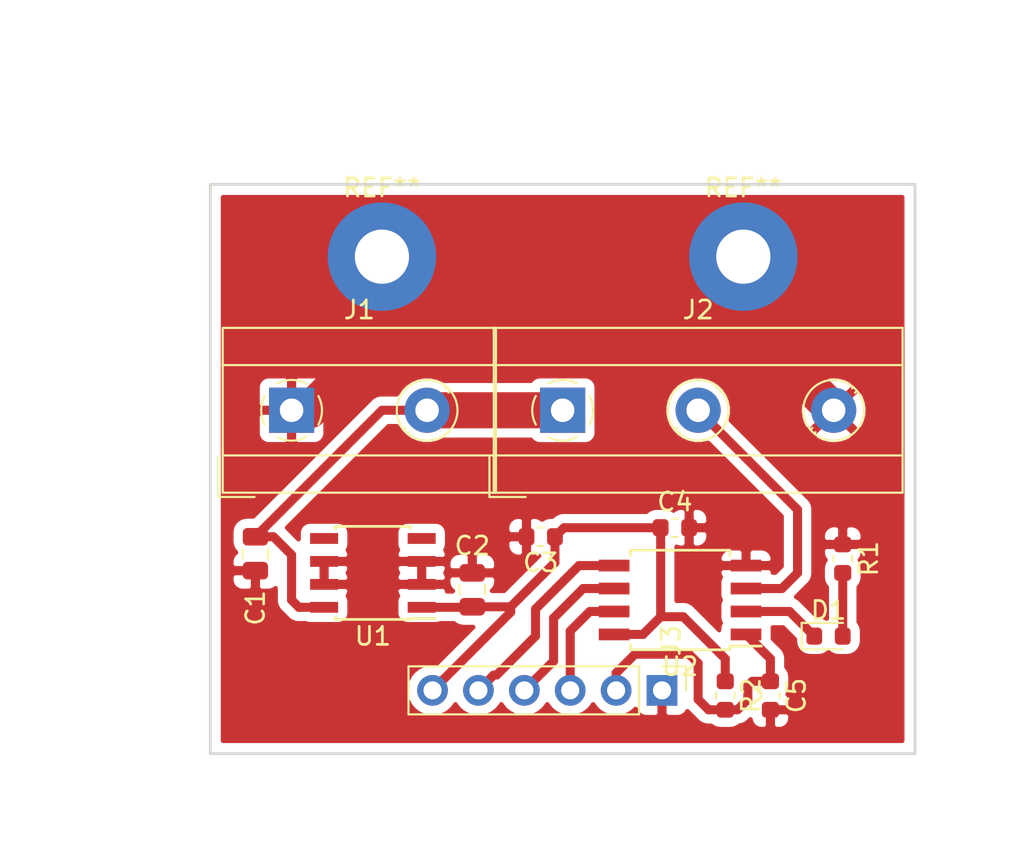
<source format=kicad_pcb>
(kicad_pcb (version 20171130) (host pcbnew 5.0.0)

  (general
    (thickness 1.6)
    (drawings 8)
    (tracks 62)
    (zones 0)
    (modules 15)
    (nets 13)
  )

  (page A4)
  (layers
    (0 F.Cu signal)
    (31 B.Cu signal)
    (32 B.Adhes user)
    (33 F.Adhes user)
    (34 B.Paste user)
    (35 F.Paste user)
    (36 B.SilkS user)
    (37 F.SilkS user)
    (38 B.Mask user)
    (39 F.Mask user)
    (40 Dwgs.User user)
    (41 Cmts.User user)
    (42 Eco1.User user)
    (43 Eco2.User user)
    (44 Edge.Cuts user)
    (45 Margin user)
    (46 B.CrtYd user)
    (47 F.CrtYd user)
    (48 B.Fab user)
    (49 F.Fab user)
  )

  (setup
    (last_trace_width 0.25)
    (trace_clearance 0.2)
    (zone_clearance 0.508)
    (zone_45_only no)
    (trace_min 0.2)
    (segment_width 0.2)
    (edge_width 0.15)
    (via_size 0.8)
    (via_drill 0.4)
    (via_min_size 0.4)
    (via_min_drill 0.3)
    (uvia_size 0.3)
    (uvia_drill 0.1)
    (uvias_allowed no)
    (uvia_min_size 0.2)
    (uvia_min_drill 0.1)
    (pcb_text_width 0.3)
    (pcb_text_size 1.5 1.5)
    (mod_edge_width 0.15)
    (mod_text_size 1 1)
    (mod_text_width 0.15)
    (pad_size 6 6)
    (pad_drill 3)
    (pad_to_mask_clearance 0.2)
    (aux_axis_origin 0 0)
    (visible_elements FFFFFF7F)
    (pcbplotparams
      (layerselection 0x01100_7fffffff)
      (usegerberextensions false)
      (usegerberattributes false)
      (usegerberadvancedattributes false)
      (creategerberjobfile false)
      (excludeedgelayer true)
      (linewidth 0.100000)
      (plotframeref false)
      (viasonmask false)
      (mode 1)
      (useauxorigin false)
      (hpglpennumber 1)
      (hpglpenspeed 20)
      (hpglpendiameter 15.000000)
      (psnegative false)
      (psa4output false)
      (plotreference true)
      (plotvalue true)
      (plotinvisibletext false)
      (padsonsilk false)
      (subtractmaskfromsilk false)
      (outputformat 1)
      (mirror false)
      (drillshape 0)
      (scaleselection 1)
      (outputdirectory "../vyrobni_data/"))
  )

  (net 0 "")
  (net 1 "Net-(C1-Pad1)")
  (net 2 GND)
  (net 3 +5V)
  (net 4 "Net-(C5-Pad1)")
  (net 5 /LED)
  (net 6 "Net-(D1-Pad2)")
  (net 7 /DATA)
  (net 8 /SCK)
  (net 9 /MISO)
  (net 10 /MOSI)
  (net 11 "Net-(U1-Pad4)")
  (net 12 "Net-(U1-Pad5)")

  (net_class Default "This is the default net class."
    (clearance 0.2)
    (trace_width 0.25)
    (via_dia 0.8)
    (via_drill 0.4)
    (uvia_dia 0.3)
    (uvia_drill 0.1)
    (add_net +5V)
    (add_net /DATA)
    (add_net /LED)
    (add_net /MISO)
    (add_net /MOSI)
    (add_net /SCK)
    (add_net GND)
    (add_net "Net-(C1-Pad1)")
    (add_net "Net-(C5-Pad1)")
    (add_net "Net-(D1-Pad2)")
    (add_net "Net-(U1-Pad4)")
    (add_net "Net-(U1-Pad5)")
  )

  (module Connector_Wire:SolderWirePad_1x01_Drill1mm (layer F.Cu) (tedit 5BA22FBA) (tstamp 5BAE8462)
    (at 29.5 4)
    (descr "Wire solder connection")
    (tags connector)
    (attr virtual)
    (fp_text reference REF** (at 0 -3.81) (layer F.SilkS)
      (effects (font (size 1 1) (thickness 0.15)))
    )
    (fp_text value SolderWirePad_1x01_Drill1mm (at 0 3.175) (layer F.Fab)
      (effects (font (size 1 1) (thickness 0.15)))
    )
    (fp_line (start 1.75 1.75) (end -1.75 1.75) (layer F.CrtYd) (width 0.05))
    (fp_line (start 1.75 1.75) (end 1.75 -1.75) (layer F.CrtYd) (width 0.05))
    (fp_line (start -1.75 -1.75) (end -1.75 1.75) (layer F.CrtYd) (width 0.05))
    (fp_line (start -1.75 -1.75) (end 1.75 -1.75) (layer F.CrtYd) (width 0.05))
    (fp_text user %R (at 0 0) (layer F.Fab)
      (effects (font (size 1 1) (thickness 0.15)))
    )
    (pad 1 thru_hole circle (at 0 0) (size 6 6) (drill 3) (layers *.Cu *.Mask)
      (net 2 GND) (zone_connect 2))
  )

  (module Connector_Wire:SolderWirePad_1x01_Drill1mm (layer F.Cu) (tedit 5BA22FC9) (tstamp 5BAE82C4)
    (at 9.5 4)
    (descr "Wire solder connection")
    (tags connector)
    (attr virtual)
    (fp_text reference REF** (at 0 -3.81) (layer F.SilkS)
      (effects (font (size 1 1) (thickness 0.15)))
    )
    (fp_text value SolderWirePad_1x01_Drill1mm (at 0 3.175) (layer F.Fab)
      (effects (font (size 1 1) (thickness 0.15)))
    )
    (fp_text user %R (at 0 0) (layer F.Fab)
      (effects (font (size 1 1) (thickness 0.15)))
    )
    (fp_line (start -1.75 -1.75) (end 1.75 -1.75) (layer F.CrtYd) (width 0.05))
    (fp_line (start -1.75 -1.75) (end -1.75 1.75) (layer F.CrtYd) (width 0.05))
    (fp_line (start 1.75 1.75) (end 1.75 -1.75) (layer F.CrtYd) (width 0.05))
    (fp_line (start 1.75 1.75) (end -1.75 1.75) (layer F.CrtYd) (width 0.05))
    (pad 1 thru_hole circle (at 0 0) (size 6 6) (drill 3) (layers *.Cu *.Mask)
      (net 2 GND) (zone_connect 2))
  )

  (module TerminalBlock_MetzConnect:TerminalBlock_MetzConnect_Type171_RT13703HBWC_1x03_P7.50mm_Horizontal (layer F.Cu) (tedit 5B294EA3) (tstamp 5BA23465)
    (at 19.5 12.5)
    (descr "terminal block Metz Connect Type171_RT13703HBWC, 3 pins, pitch 7.5mm, size 22.5x9mm^2, drill diamater 1.3mm, pad diameter 2.5mm, see http://www.metz-connect.com/de/system/files/productfiles/Datenblatt_311711_RT137xxHBWC_OFF-022811Q.pdf, script-generated using https://github.com/pointhi/kicad-footprint-generator/scripts/TerminalBlock_MetzConnect")
    (tags "THT terminal block Metz Connect Type171_RT13703HBWC pitch 7.5mm size 22.5x9mm^2 drill 1.3mm pad 2.5mm")
    (path /5B9BCCC2)
    (fp_text reference J2 (at 7.5 -5.56) (layer F.SilkS)
      (effects (font (size 1 1) (thickness 0.15)))
    )
    (fp_text value "Output terminal" (at 3.5 3.5) (layer F.Fab)
      (effects (font (size 1 1) (thickness 0.15)))
    )
    (fp_arc (start 0 0) (end 0 1.68) (angle -28) (layer F.SilkS) (width 0.12))
    (fp_arc (start 0 0) (end 1.484 0.789) (angle -56) (layer F.SilkS) (width 0.12))
    (fp_arc (start 0 0) (end 0.789 -1.484) (angle -56) (layer F.SilkS) (width 0.12))
    (fp_arc (start 0 0) (end -1.484 -0.789) (angle -56) (layer F.SilkS) (width 0.12))
    (fp_arc (start 0 0) (end -0.789 1.484) (angle -29) (layer F.SilkS) (width 0.12))
    (fp_circle (center 0 0) (end 1.5 0) (layer F.Fab) (width 0.1))
    (fp_circle (center 7.5 0) (end 9 0) (layer F.Fab) (width 0.1))
    (fp_circle (center 7.5 0) (end 9.18 0) (layer F.SilkS) (width 0.12))
    (fp_circle (center 15 0) (end 16.5 0) (layer F.Fab) (width 0.1))
    (fp_circle (center 15 0) (end 16.68 0) (layer F.SilkS) (width 0.12))
    (fp_line (start -3.75 -4.5) (end 18.75 -4.5) (layer F.Fab) (width 0.1))
    (fp_line (start 18.75 -4.5) (end 18.75 4.5) (layer F.Fab) (width 0.1))
    (fp_line (start 18.75 4.5) (end -1.75 4.5) (layer F.Fab) (width 0.1))
    (fp_line (start -1.75 4.5) (end -3.75 2.5) (layer F.Fab) (width 0.1))
    (fp_line (start -3.75 2.5) (end -3.75 -4.5) (layer F.Fab) (width 0.1))
    (fp_line (start -3.75 2.5) (end 18.75 2.5) (layer F.Fab) (width 0.1))
    (fp_line (start -3.81 2.5) (end 18.811 2.5) (layer F.SilkS) (width 0.12))
    (fp_line (start -3.75 -2.5) (end 18.75 -2.5) (layer F.Fab) (width 0.1))
    (fp_line (start -3.81 -2.5) (end 18.811 -2.5) (layer F.SilkS) (width 0.12))
    (fp_line (start -3.81 -4.56) (end 18.811 -4.56) (layer F.SilkS) (width 0.12))
    (fp_line (start -3.81 4.56) (end 18.811 4.56) (layer F.SilkS) (width 0.12))
    (fp_line (start -3.81 -4.56) (end -3.81 4.56) (layer F.SilkS) (width 0.12))
    (fp_line (start 18.811 -4.56) (end 18.811 4.56) (layer F.SilkS) (width 0.12))
    (fp_line (start 1.138 -0.955) (end -0.955 1.138) (layer F.Fab) (width 0.1))
    (fp_line (start 0.955 -1.138) (end -1.138 0.955) (layer F.Fab) (width 0.1))
    (fp_line (start 8.638 -0.955) (end 6.546 1.138) (layer F.Fab) (width 0.1))
    (fp_line (start 8.455 -1.138) (end 6.363 0.955) (layer F.Fab) (width 0.1))
    (fp_line (start 8.775 -1.069) (end 8.681 -0.976) (layer F.SilkS) (width 0.12))
    (fp_line (start 6.49 1.216) (end 6.431 1.274) (layer F.SilkS) (width 0.12))
    (fp_line (start 8.57 -1.275) (end 8.511 -1.216) (layer F.SilkS) (width 0.12))
    (fp_line (start 6.32 0.976) (end 6.226 1.069) (layer F.SilkS) (width 0.12))
    (fp_line (start 16.138 -0.955) (end 14.046 1.138) (layer F.Fab) (width 0.1))
    (fp_line (start 15.955 -1.138) (end 13.863 0.955) (layer F.Fab) (width 0.1))
    (fp_line (start 16.275 -1.069) (end 16.181 -0.976) (layer F.SilkS) (width 0.12))
    (fp_line (start 13.99 1.216) (end 13.931 1.274) (layer F.SilkS) (width 0.12))
    (fp_line (start 16.07 -1.275) (end 16.011 -1.216) (layer F.SilkS) (width 0.12))
    (fp_line (start 13.82 0.976) (end 13.726 1.069) (layer F.SilkS) (width 0.12))
    (fp_line (start -4.05 2.56) (end -4.05 4.8) (layer F.SilkS) (width 0.12))
    (fp_line (start -4.05 4.8) (end -2.05 4.8) (layer F.SilkS) (width 0.12))
    (fp_line (start -4.25 -5) (end -4.25 5) (layer F.CrtYd) (width 0.05))
    (fp_line (start -4.25 5) (end 19.25 5) (layer F.CrtYd) (width 0.05))
    (fp_line (start 19.25 5) (end 19.25 -5) (layer F.CrtYd) (width 0.05))
    (fp_line (start 19.25 -5) (end -4.25 -5) (layer F.CrtYd) (width 0.05))
    (fp_text user %R (at 16.5 3.5) (layer F.Fab)
      (effects (font (size 1 1) (thickness 0.15)))
    )
    (pad 1 thru_hole rect (at 0 0) (size 2.5 2.5) (drill 1.3) (layers *.Cu *.Mask)
      (net 1 "Net-(C1-Pad1)"))
    (pad 2 thru_hole circle (at 7.5 0) (size 2.5 2.5) (drill 1.3) (layers *.Cu *.Mask)
      (net 7 /DATA))
    (pad 3 thru_hole circle (at 15 0) (size 2.5 2.5) (drill 1.3) (layers *.Cu *.Mask)
      (net 2 GND))
    (model ${KISYS3DMOD}/TerminalBlock_MetzConnect.3dshapes/TerminalBlock_MetzConnect_Type171_RT13703HBWC_1x03_P7.50mm_Horizontal.wrl
      (at (xyz 0 0 0))
      (scale (xyz 1 1 1))
      (rotate (xyz 0 0 0))
    )
  )

  (module Capacitor_SMD:C_0603_1608Metric (layer F.Cu) (tedit 5B301BBE) (tstamp 5BA234D9)
    (at 25.7125 19)
    (descr "Capacitor SMD 0603 (1608 Metric), square (rectangular) end terminal, IPC_7351 nominal, (Body size source: http://www.tortai-tech.com/upload/download/2011102023233369053.pdf), generated with kicad-footprint-generator")
    (tags capacitor)
    (path /5B9BAE65)
    (attr smd)
    (fp_text reference C4 (at 0 -1.43) (layer F.SilkS)
      (effects (font (size 1 1) (thickness 0.15)))
    )
    (fp_text value 100n (at 0 1.43) (layer F.Fab)
      (effects (font (size 1 1) (thickness 0.15)))
    )
    (fp_text user %R (at 0 0) (layer F.Fab)
      (effects (font (size 0.4 0.4) (thickness 0.06)))
    )
    (fp_line (start 1.48 0.73) (end -1.48 0.73) (layer F.CrtYd) (width 0.05))
    (fp_line (start 1.48 -0.73) (end 1.48 0.73) (layer F.CrtYd) (width 0.05))
    (fp_line (start -1.48 -0.73) (end 1.48 -0.73) (layer F.CrtYd) (width 0.05))
    (fp_line (start -1.48 0.73) (end -1.48 -0.73) (layer F.CrtYd) (width 0.05))
    (fp_line (start -0.162779 0.51) (end 0.162779 0.51) (layer F.SilkS) (width 0.12))
    (fp_line (start -0.162779 -0.51) (end 0.162779 -0.51) (layer F.SilkS) (width 0.12))
    (fp_line (start 0.8 0.4) (end -0.8 0.4) (layer F.Fab) (width 0.1))
    (fp_line (start 0.8 -0.4) (end 0.8 0.4) (layer F.Fab) (width 0.1))
    (fp_line (start -0.8 -0.4) (end 0.8 -0.4) (layer F.Fab) (width 0.1))
    (fp_line (start -0.8 0.4) (end -0.8 -0.4) (layer F.Fab) (width 0.1))
    (pad 2 smd roundrect (at 0.7875 0) (size 0.875 0.95) (layers F.Cu F.Paste F.Mask) (roundrect_rratio 0.25)
      (net 2 GND))
    (pad 1 smd roundrect (at -0.7875 0) (size 0.875 0.95) (layers F.Cu F.Paste F.Mask) (roundrect_rratio 0.25)
      (net 3 +5V))
    (model ${KISYS3DMOD}/Capacitor_SMD.3dshapes/C_0603_1608Metric.wrl
      (at (xyz 0 0 0))
      (scale (xyz 1 1 1))
      (rotate (xyz 0 0 0))
    )
  )

  (module Package_SO:SOIC-8_3.9x4.9mm_P1.27mm (layer F.Cu) (tedit 5A02F2D3) (tstamp 5BA23515)
    (at 9 21.5 180)
    (descr "8-Lead Plastic Small Outline (SN) - Narrow, 3.90 mm Body [SOIC] (see Microchip Packaging Specification 00000049BS.pdf)")
    (tags "SOIC 1.27")
    (path /5B9BC0FC)
    (attr smd)
    (fp_text reference U1 (at 0 -3.5 180) (layer F.SilkS)
      (effects (font (size 1 1) (thickness 0.15)))
    )
    (fp_text value L78L05_SO8 (at 0 -5 180) (layer F.Fab)
      (effects (font (size 1 1) (thickness 0.15)))
    )
    (fp_text user %R (at 0 0 180) (layer F.Fab)
      (effects (font (size 1 1) (thickness 0.15)))
    )
    (fp_line (start -0.95 -2.45) (end 1.95 -2.45) (layer F.Fab) (width 0.1))
    (fp_line (start 1.95 -2.45) (end 1.95 2.45) (layer F.Fab) (width 0.1))
    (fp_line (start 1.95 2.45) (end -1.95 2.45) (layer F.Fab) (width 0.1))
    (fp_line (start -1.95 2.45) (end -1.95 -1.45) (layer F.Fab) (width 0.1))
    (fp_line (start -1.95 -1.45) (end -0.95 -2.45) (layer F.Fab) (width 0.1))
    (fp_line (start -3.73 -2.7) (end -3.73 2.7) (layer F.CrtYd) (width 0.05))
    (fp_line (start 3.73 -2.7) (end 3.73 2.7) (layer F.CrtYd) (width 0.05))
    (fp_line (start -3.73 -2.7) (end 3.73 -2.7) (layer F.CrtYd) (width 0.05))
    (fp_line (start -3.73 2.7) (end 3.73 2.7) (layer F.CrtYd) (width 0.05))
    (fp_line (start -2.075 -2.575) (end -2.075 -2.525) (layer F.SilkS) (width 0.15))
    (fp_line (start 2.075 -2.575) (end 2.075 -2.43) (layer F.SilkS) (width 0.15))
    (fp_line (start 2.075 2.575) (end 2.075 2.43) (layer F.SilkS) (width 0.15))
    (fp_line (start -2.075 2.575) (end -2.075 2.43) (layer F.SilkS) (width 0.15))
    (fp_line (start -2.075 -2.575) (end 2.075 -2.575) (layer F.SilkS) (width 0.15))
    (fp_line (start -2.075 2.575) (end 2.075 2.575) (layer F.SilkS) (width 0.15))
    (fp_line (start -2.075 -2.525) (end -3.475 -2.525) (layer F.SilkS) (width 0.15))
    (pad 1 smd rect (at -2.7 -1.905 180) (size 1.55 0.6) (layers F.Cu F.Paste F.Mask)
      (net 3 +5V))
    (pad 2 smd rect (at -2.7 -0.635 180) (size 1.55 0.6) (layers F.Cu F.Paste F.Mask)
      (net 2 GND))
    (pad 3 smd rect (at -2.7 0.635 180) (size 1.55 0.6) (layers F.Cu F.Paste F.Mask)
      (net 2 GND))
    (pad 4 smd rect (at -2.7 1.905 180) (size 1.55 0.6) (layers F.Cu F.Paste F.Mask)
      (net 11 "Net-(U1-Pad4)"))
    (pad 5 smd rect (at 2.7 1.905 180) (size 1.55 0.6) (layers F.Cu F.Paste F.Mask)
      (net 12 "Net-(U1-Pad5)"))
    (pad 6 smd rect (at 2.7 0.635 180) (size 1.55 0.6) (layers F.Cu F.Paste F.Mask)
      (net 2 GND))
    (pad 7 smd rect (at 2.7 -0.635 180) (size 1.55 0.6) (layers F.Cu F.Paste F.Mask)
      (net 2 GND))
    (pad 8 smd rect (at 2.7 -1.905 180) (size 1.55 0.6) (layers F.Cu F.Paste F.Mask)
      (net 1 "Net-(C1-Pad1)"))
    (model ${KISYS3DMOD}/Package_SO.3dshapes/SOIC-8_3.9x4.9mm_P1.27mm.wrl
      (at (xyz 0 0 0))
      (scale (xyz 1 1 1))
      (rotate (xyz 0 0 0))
    )
  )

  (module Capacitor_SMD:C_0805_2012Metric (layer F.Cu) (tedit 5B36C52B) (tstamp 5BA237C7)
    (at 2.5 20.4375 270)
    (descr "Capacitor SMD 0805 (2012 Metric), square (rectangular) end terminal, IPC_7351 nominal, (Body size source: https://docs.google.com/spreadsheets/d/1BsfQQcO9C6DZCsRaXUlFlo91Tg2WpOkGARC1WS5S8t0/edit?usp=sharing), generated with kicad-footprint-generator")
    (tags capacitor)
    (path /5B9BC676)
    (attr smd)
    (fp_text reference C1 (at 3 0 270) (layer F.SilkS)
      (effects (font (size 1 1) (thickness 0.15)))
    )
    (fp_text value 10u (at -3.5 0 270) (layer F.Fab)
      (effects (font (size 1 1) (thickness 0.15)))
    )
    (fp_line (start -1 0.6) (end -1 -0.6) (layer F.Fab) (width 0.1))
    (fp_line (start -1 -0.6) (end 1 -0.6) (layer F.Fab) (width 0.1))
    (fp_line (start 1 -0.6) (end 1 0.6) (layer F.Fab) (width 0.1))
    (fp_line (start 1 0.6) (end -1 0.6) (layer F.Fab) (width 0.1))
    (fp_line (start -0.258578 -0.71) (end 0.258578 -0.71) (layer F.SilkS) (width 0.12))
    (fp_line (start -0.258578 0.71) (end 0.258578 0.71) (layer F.SilkS) (width 0.12))
    (fp_line (start -1.68 0.95) (end -1.68 -0.95) (layer F.CrtYd) (width 0.05))
    (fp_line (start -1.68 -0.95) (end 1.68 -0.95) (layer F.CrtYd) (width 0.05))
    (fp_line (start 1.68 -0.95) (end 1.68 0.95) (layer F.CrtYd) (width 0.05))
    (fp_line (start 1.68 0.95) (end -1.68 0.95) (layer F.CrtYd) (width 0.05))
    (fp_text user %R (at 0 0 270) (layer F.Fab)
      (effects (font (size 0.5 0.5) (thickness 0.08)))
    )
    (pad 1 smd roundrect (at -0.9375 0 270) (size 0.975 1.4) (layers F.Cu F.Paste F.Mask) (roundrect_rratio 0.25)
      (net 1 "Net-(C1-Pad1)"))
    (pad 2 smd roundrect (at 0.9375 0 270) (size 0.975 1.4) (layers F.Cu F.Paste F.Mask) (roundrect_rratio 0.25)
      (net 2 GND))
    (model ${KISYS3DMOD}/Capacitor_SMD.3dshapes/C_0805_2012Metric.wrl
      (at (xyz 0 0 0))
      (scale (xyz 1 1 1))
      (rotate (xyz 0 0 0))
    )
  )

  (module Capacitor_SMD:C_0805_2012Metric (layer F.Cu) (tedit 5B9F87B4) (tstamp 5BA2382D)
    (at 14.5 22.4375 90)
    (descr "Capacitor SMD 0805 (2012 Metric), square (rectangular) end terminal, IPC_7351 nominal, (Body size source: https://docs.google.com/spreadsheets/d/1BsfQQcO9C6DZCsRaXUlFlo91Tg2WpOkGARC1WS5S8t0/edit?usp=sharing), generated with kicad-footprint-generator")
    (tags capacitor)
    (path /5B9BD34B)
    (attr smd)
    (fp_text reference C2 (at 2.4375 0) (layer F.SilkS)
      (effects (font (size 1 1) (thickness 0.15)))
    )
    (fp_text value 10u (at 0 1.65 90) (layer F.Fab)
      (effects (font (size 1 1) (thickness 0.15)))
    )
    (fp_text user %R (at 0 0 90) (layer F.Fab)
      (effects (font (size 0.5 0.5) (thickness 0.08)))
    )
    (fp_line (start 1.68 0.95) (end -1.68 0.95) (layer F.CrtYd) (width 0.05))
    (fp_line (start 1.68 -0.95) (end 1.68 0.95) (layer F.CrtYd) (width 0.05))
    (fp_line (start -1.68 -0.95) (end 1.68 -0.95) (layer F.CrtYd) (width 0.05))
    (fp_line (start -1.68 0.95) (end -1.68 -0.95) (layer F.CrtYd) (width 0.05))
    (fp_line (start -0.258578 0.71) (end 0.258578 0.71) (layer F.SilkS) (width 0.12))
    (fp_line (start -0.258578 -0.71) (end 0.258578 -0.71) (layer F.SilkS) (width 0.12))
    (fp_line (start 1 0.6) (end -1 0.6) (layer F.Fab) (width 0.1))
    (fp_line (start 1 -0.6) (end 1 0.6) (layer F.Fab) (width 0.1))
    (fp_line (start -1 -0.6) (end 1 -0.6) (layer F.Fab) (width 0.1))
    (fp_line (start -1 0.6) (end -1 -0.6) (layer F.Fab) (width 0.1))
    (pad 2 smd roundrect (at 0.9375 0 90) (size 0.975 1.4) (layers F.Cu F.Paste F.Mask) (roundrect_rratio 0.25)
      (net 2 GND))
    (pad 1 smd roundrect (at -0.9375 0 90) (size 0.975 1.4) (layers F.Cu F.Paste F.Mask) (roundrect_rratio 0.25)
      (net 3 +5V))
    (model ${KISYS3DMOD}/Capacitor_SMD.3dshapes/C_0805_2012Metric.wrl
      (at (xyz 0 0 0))
      (scale (xyz 1 1 1))
      (rotate (xyz 0 0 0))
    )
  )

  (module Capacitor_SMD:C_0603_1608Metric (layer F.Cu) (tedit 5B301BBE) (tstamp 5BA2385D)
    (at 18.2875 19.5 180)
    (descr "Capacitor SMD 0603 (1608 Metric), square (rectangular) end terminal, IPC_7351 nominal, (Body size source: http://www.tortai-tech.com/upload/download/2011102023233369053.pdf), generated with kicad-footprint-generator")
    (tags capacitor)
    (path /5B9BAD8D)
    (attr smd)
    (fp_text reference C3 (at 0 -1.43 180) (layer F.SilkS)
      (effects (font (size 1 1) (thickness 0.15)))
    )
    (fp_text value 1u (at 0 1.43 180) (layer F.Fab)
      (effects (font (size 1 1) (thickness 0.15)))
    )
    (fp_line (start -0.8 0.4) (end -0.8 -0.4) (layer F.Fab) (width 0.1))
    (fp_line (start -0.8 -0.4) (end 0.8 -0.4) (layer F.Fab) (width 0.1))
    (fp_line (start 0.8 -0.4) (end 0.8 0.4) (layer F.Fab) (width 0.1))
    (fp_line (start 0.8 0.4) (end -0.8 0.4) (layer F.Fab) (width 0.1))
    (fp_line (start -0.162779 -0.51) (end 0.162779 -0.51) (layer F.SilkS) (width 0.12))
    (fp_line (start -0.162779 0.51) (end 0.162779 0.51) (layer F.SilkS) (width 0.12))
    (fp_line (start -1.48 0.73) (end -1.48 -0.73) (layer F.CrtYd) (width 0.05))
    (fp_line (start -1.48 -0.73) (end 1.48 -0.73) (layer F.CrtYd) (width 0.05))
    (fp_line (start 1.48 -0.73) (end 1.48 0.73) (layer F.CrtYd) (width 0.05))
    (fp_line (start 1.48 0.73) (end -1.48 0.73) (layer F.CrtYd) (width 0.05))
    (fp_text user %R (at 0 0 180) (layer F.Fab)
      (effects (font (size 0.4 0.4) (thickness 0.06)))
    )
    (pad 1 smd roundrect (at -0.7875 0 180) (size 0.875 0.95) (layers F.Cu F.Paste F.Mask) (roundrect_rratio 0.25)
      (net 3 +5V))
    (pad 2 smd roundrect (at 0.7875 0 180) (size 0.875 0.95) (layers F.Cu F.Paste F.Mask) (roundrect_rratio 0.25)
      (net 2 GND))
    (model ${KISYS3DMOD}/Capacitor_SMD.3dshapes/C_0603_1608Metric.wrl
      (at (xyz 0 0 0))
      (scale (xyz 1 1 1))
      (rotate (xyz 0 0 0))
    )
  )

  (module Capacitor_SMD:C_0603_1608Metric (layer F.Cu) (tedit 5B301BBE) (tstamp 5BA23797)
    (at 31 28.2875 270)
    (descr "Capacitor SMD 0603 (1608 Metric), square (rectangular) end terminal, IPC_7351 nominal, (Body size source: http://www.tortai-tech.com/upload/download/2011102023233369053.pdf), generated with kicad-footprint-generator")
    (tags capacitor)
    (path /5B9C69B4)
    (attr smd)
    (fp_text reference C5 (at 0 -1.43 270) (layer F.SilkS)
      (effects (font (size 1 1) (thickness 0.15)))
    )
    (fp_text value 100n (at 0 1.43 270) (layer F.Fab)
      (effects (font (size 1 1) (thickness 0.15)))
    )
    (fp_line (start -0.8 0.4) (end -0.8 -0.4) (layer F.Fab) (width 0.1))
    (fp_line (start -0.8 -0.4) (end 0.8 -0.4) (layer F.Fab) (width 0.1))
    (fp_line (start 0.8 -0.4) (end 0.8 0.4) (layer F.Fab) (width 0.1))
    (fp_line (start 0.8 0.4) (end -0.8 0.4) (layer F.Fab) (width 0.1))
    (fp_line (start -0.162779 -0.51) (end 0.162779 -0.51) (layer F.SilkS) (width 0.12))
    (fp_line (start -0.162779 0.51) (end 0.162779 0.51) (layer F.SilkS) (width 0.12))
    (fp_line (start -1.48 0.73) (end -1.48 -0.73) (layer F.CrtYd) (width 0.05))
    (fp_line (start -1.48 -0.73) (end 1.48 -0.73) (layer F.CrtYd) (width 0.05))
    (fp_line (start 1.48 -0.73) (end 1.48 0.73) (layer F.CrtYd) (width 0.05))
    (fp_line (start 1.48 0.73) (end -1.48 0.73) (layer F.CrtYd) (width 0.05))
    (fp_text user %R (at 0 0 90) (layer F.Fab)
      (effects (font (size 0.4 0.4) (thickness 0.06)))
    )
    (pad 1 smd roundrect (at -0.7875 0 270) (size 0.875 0.95) (layers F.Cu F.Paste F.Mask) (roundrect_rratio 0.25)
      (net 4 "Net-(C5-Pad1)"))
    (pad 2 smd roundrect (at 0.7875 0 270) (size 0.875 0.95) (layers F.Cu F.Paste F.Mask) (roundrect_rratio 0.25)
      (net 2 GND))
    (model ${KISYS3DMOD}/Capacitor_SMD.3dshapes/C_0603_1608Metric.wrl
      (at (xyz 0 0 0))
      (scale (xyz 1 1 1))
      (rotate (xyz 0 0 0))
    )
  )

  (module LED_SMD:LED_0603_1608Metric (layer F.Cu) (tedit 5B301BBE) (tstamp 5BA236D3)
    (at 34.2125 25)
    (descr "LED SMD 0603 (1608 Metric), square (rectangular) end terminal, IPC_7351 nominal, (Body size source: http://www.tortai-tech.com/upload/download/2011102023233369053.pdf), generated with kicad-footprint-generator")
    (tags diode)
    (path /5B9C19AE)
    (attr smd)
    (fp_text reference D1 (at 0 -1.43) (layer F.SilkS)
      (effects (font (size 1 1) (thickness 0.15)))
    )
    (fp_text value LED (at 0 1.43) (layer F.Fab)
      (effects (font (size 1 1) (thickness 0.15)))
    )
    (fp_line (start 0.8 -0.4) (end -0.5 -0.4) (layer F.Fab) (width 0.1))
    (fp_line (start -0.5 -0.4) (end -0.8 -0.1) (layer F.Fab) (width 0.1))
    (fp_line (start -0.8 -0.1) (end -0.8 0.4) (layer F.Fab) (width 0.1))
    (fp_line (start -0.8 0.4) (end 0.8 0.4) (layer F.Fab) (width 0.1))
    (fp_line (start 0.8 0.4) (end 0.8 -0.4) (layer F.Fab) (width 0.1))
    (fp_line (start 0.8 -0.735) (end -1.485 -0.735) (layer F.SilkS) (width 0.12))
    (fp_line (start -1.485 -0.735) (end -1.485 0.735) (layer F.SilkS) (width 0.12))
    (fp_line (start -1.485 0.735) (end 0.8 0.735) (layer F.SilkS) (width 0.12))
    (fp_line (start -1.48 0.73) (end -1.48 -0.73) (layer F.CrtYd) (width 0.05))
    (fp_line (start -1.48 -0.73) (end 1.48 -0.73) (layer F.CrtYd) (width 0.05))
    (fp_line (start 1.48 -0.73) (end 1.48 0.73) (layer F.CrtYd) (width 0.05))
    (fp_line (start 1.48 0.73) (end -1.48 0.73) (layer F.CrtYd) (width 0.05))
    (fp_text user %R (at 0 0) (layer F.Fab)
      (effects (font (size 0.4 0.4) (thickness 0.06)))
    )
    (pad 1 smd roundrect (at -0.7875 0) (size 0.875 0.95) (layers F.Cu F.Paste F.Mask) (roundrect_rratio 0.25)
      (net 5 /LED))
    (pad 2 smd roundrect (at 0.7875 0) (size 0.875 0.95) (layers F.Cu F.Paste F.Mask) (roundrect_rratio 0.25)
      (net 6 "Net-(D1-Pad2)"))
    (model ${KISYS3DMOD}/LED_SMD.3dshapes/LED_0603_1608Metric.wrl
      (at (xyz 0 0 0))
      (scale (xyz 1 1 1))
      (rotate (xyz 0 0 0))
    )
  )

  (module TerminalBlock_MetzConnect:TerminalBlock_MetzConnect_Type171_RT13702HBWC_1x02_P7.50mm_Horizontal (layer F.Cu) (tedit 5B294EA3) (tstamp 5BA235DC)
    (at 4.5 12.5)
    (descr "terminal block Metz Connect Type171_RT13702HBWC, 2 pins, pitch 7.5mm, size 15x9mm^2, drill diamater 1.3mm, pad diameter 2.5mm, see http://www.metz-connect.com/de/system/files/productfiles/Datenblatt_311711_RT137xxHBWC_OFF-022811Q.pdf, script-generated using https://github.com/pointhi/kicad-footprint-generator/scripts/TerminalBlock_MetzConnect")
    (tags "THT terminal block Metz Connect Type171_RT13702HBWC pitch 7.5mm size 15x9mm^2 drill 1.3mm pad 2.5mm")
    (path /5B9BC319)
    (fp_text reference J1 (at 3.75 -5.56) (layer F.SilkS)
      (effects (font (size 1 1) (thickness 0.15)))
    )
    (fp_text value "Input terminal" (at 3.5 3.5) (layer F.Fab)
      (effects (font (size 1 1) (thickness 0.15)))
    )
    (fp_arc (start 0 0) (end 0 1.68) (angle -28) (layer F.SilkS) (width 0.12))
    (fp_arc (start 0 0) (end 1.484 0.789) (angle -56) (layer F.SilkS) (width 0.12))
    (fp_arc (start 0 0) (end 0.789 -1.484) (angle -56) (layer F.SilkS) (width 0.12))
    (fp_arc (start 0 0) (end -1.484 -0.789) (angle -56) (layer F.SilkS) (width 0.12))
    (fp_arc (start 0 0) (end -0.789 1.484) (angle -29) (layer F.SilkS) (width 0.12))
    (fp_circle (center 0 0) (end 1.5 0) (layer F.Fab) (width 0.1))
    (fp_circle (center 7.5 0) (end 9 0) (layer F.Fab) (width 0.1))
    (fp_circle (center 7.5 0) (end 9.18 0) (layer F.SilkS) (width 0.12))
    (fp_line (start -3.75 -4.5) (end 11.25 -4.5) (layer F.Fab) (width 0.1))
    (fp_line (start 11.25 -4.5) (end 11.25 4.5) (layer F.Fab) (width 0.1))
    (fp_line (start 11.25 4.5) (end -1.75 4.5) (layer F.Fab) (width 0.1))
    (fp_line (start -1.75 4.5) (end -3.75 2.5) (layer F.Fab) (width 0.1))
    (fp_line (start -3.75 2.5) (end -3.75 -4.5) (layer F.Fab) (width 0.1))
    (fp_line (start -3.75 2.5) (end 11.25 2.5) (layer F.Fab) (width 0.1))
    (fp_line (start -3.81 2.5) (end 11.31 2.5) (layer F.SilkS) (width 0.12))
    (fp_line (start -3.75 -2.5) (end 11.25 -2.5) (layer F.Fab) (width 0.1))
    (fp_line (start -3.81 -2.5) (end 11.31 -2.5) (layer F.SilkS) (width 0.12))
    (fp_line (start -3.81 -4.56) (end 11.31 -4.56) (layer F.SilkS) (width 0.12))
    (fp_line (start -3.81 4.56) (end 11.31 4.56) (layer F.SilkS) (width 0.12))
    (fp_line (start -3.81 -4.56) (end -3.81 4.56) (layer F.SilkS) (width 0.12))
    (fp_line (start 11.31 -4.56) (end 11.31 4.56) (layer F.SilkS) (width 0.12))
    (fp_line (start 1.138 -0.955) (end -0.955 1.138) (layer F.Fab) (width 0.1))
    (fp_line (start 0.955 -1.138) (end -1.138 0.955) (layer F.Fab) (width 0.1))
    (fp_line (start 8.638 -0.955) (end 6.546 1.138) (layer F.Fab) (width 0.1))
    (fp_line (start 8.455 -1.138) (end 6.363 0.955) (layer F.Fab) (width 0.1))
    (fp_line (start 8.775 -1.069) (end 8.681 -0.976) (layer F.SilkS) (width 0.12))
    (fp_line (start 6.49 1.216) (end 6.431 1.274) (layer F.SilkS) (width 0.12))
    (fp_line (start 8.57 -1.275) (end 8.511 -1.216) (layer F.SilkS) (width 0.12))
    (fp_line (start 6.32 0.976) (end 6.226 1.069) (layer F.SilkS) (width 0.12))
    (fp_line (start -4.05 2.56) (end -4.05 4.8) (layer F.SilkS) (width 0.12))
    (fp_line (start -4.05 4.8) (end -2.05 4.8) (layer F.SilkS) (width 0.12))
    (fp_line (start -4.25 -5) (end -4.25 5) (layer F.CrtYd) (width 0.05))
    (fp_line (start -4.25 5) (end 11.75 5) (layer F.CrtYd) (width 0.05))
    (fp_line (start 11.75 5) (end 11.75 -5) (layer F.CrtYd) (width 0.05))
    (fp_line (start 11.75 -5) (end -4.25 -5) (layer F.CrtYd) (width 0.05))
    (fp_text user %R (at 3.75 1.5) (layer F.Fab)
      (effects (font (size 1 1) (thickness 0.15)))
    )
    (pad 1 thru_hole rect (at 0 0) (size 2.5 2.5) (drill 1.3) (layers *.Cu *.Mask)
      (net 2 GND))
    (pad 2 thru_hole circle (at 7.5 0) (size 2.5 2.5) (drill 1.3) (layers *.Cu *.Mask)
      (net 1 "Net-(C1-Pad1)"))
    (model ${KISYS3DMOD}/TerminalBlock_MetzConnect.3dshapes/TerminalBlock_MetzConnect_Type171_RT13702HBWC_1x02_P7.50mm_Horizontal.wrl
      (at (xyz 0 0 0))
      (scale (xyz 1 1 1))
      (rotate (xyz 0 0 0))
    )
  )

  (module Connector_PinHeader_2.54mm:PinHeader_1x06_P2.54mm_Vertical (layer F.Cu) (tedit 59FED5CC) (tstamp 5BA2366B)
    (at 25 28 270)
    (descr "Through hole straight pin header, 1x06, 2.54mm pitch, single row")
    (tags "Through hole pin header THT 1x06 2.54mm single row")
    (path /5B9BFB35)
    (fp_text reference J3 (at -2.75 -0.5 270) (layer F.SilkS)
      (effects (font (size 1 1) (thickness 0.15)))
    )
    (fp_text value Programmer (at 2.5 3) (layer F.Fab)
      (effects (font (size 1 1) (thickness 0.15)))
    )
    (fp_line (start -0.635 -1.27) (end 1.27 -1.27) (layer F.Fab) (width 0.1))
    (fp_line (start 1.27 -1.27) (end 1.27 13.97) (layer F.Fab) (width 0.1))
    (fp_line (start 1.27 13.97) (end -1.27 13.97) (layer F.Fab) (width 0.1))
    (fp_line (start -1.27 13.97) (end -1.27 -0.635) (layer F.Fab) (width 0.1))
    (fp_line (start -1.27 -0.635) (end -0.635 -1.27) (layer F.Fab) (width 0.1))
    (fp_line (start -1.33 14.03) (end 1.33 14.03) (layer F.SilkS) (width 0.12))
    (fp_line (start -1.33 1.27) (end -1.33 14.03) (layer F.SilkS) (width 0.12))
    (fp_line (start 1.33 1.27) (end 1.33 14.03) (layer F.SilkS) (width 0.12))
    (fp_line (start -1.33 1.27) (end 1.33 1.27) (layer F.SilkS) (width 0.12))
    (fp_line (start -1.33 0) (end -1.33 -1.33) (layer F.SilkS) (width 0.12))
    (fp_line (start -1.33 -1.33) (end 0 -1.33) (layer F.SilkS) (width 0.12))
    (fp_line (start -1.8 -1.8) (end -1.8 14.5) (layer F.CrtYd) (width 0.05))
    (fp_line (start -1.8 14.5) (end 1.8 14.5) (layer F.CrtYd) (width 0.05))
    (fp_line (start 1.8 14.5) (end 1.8 -1.8) (layer F.CrtYd) (width 0.05))
    (fp_line (start 1.8 -1.8) (end -1.8 -1.8) (layer F.CrtYd) (width 0.05))
    (fp_text user %R (at 0 6.35) (layer F.Fab)
      (effects (font (size 1 1) (thickness 0.15)))
    )
    (pad 1 thru_hole rect (at 0 0 270) (size 1.7 1.7) (drill 1) (layers *.Cu *.Mask)
      (net 2 GND))
    (pad 2 thru_hole oval (at 0 2.54 270) (size 1.7 1.7) (drill 1) (layers *.Cu *.Mask)
      (net 4 "Net-(C5-Pad1)"))
    (pad 3 thru_hole oval (at 0 5.08 270) (size 1.7 1.7) (drill 1) (layers *.Cu *.Mask)
      (net 8 /SCK))
    (pad 4 thru_hole oval (at 0 7.62 270) (size 1.7 1.7) (drill 1) (layers *.Cu *.Mask)
      (net 9 /MISO))
    (pad 5 thru_hole oval (at 0 10.16 270) (size 1.7 1.7) (drill 1) (layers *.Cu *.Mask)
      (net 10 /MOSI))
    (pad 6 thru_hole oval (at 0 12.7 270) (size 1.7 1.7) (drill 1) (layers *.Cu *.Mask)
      (net 3 +5V))
    (model ${KISYS3DMOD}/Connector_PinHeader_2.54mm.3dshapes/PinHeader_1x06_P2.54mm_Vertical.wrl
      (at (xyz 0 0 0))
      (scale (xyz 1 1 1))
      (rotate (xyz 0 0 0))
    )
  )

  (module Resistor_SMD:R_0603_1608Metric (layer F.Cu) (tedit 5B301BBD) (tstamp 5BA237FA)
    (at 35 20.7125 270)
    (descr "Resistor SMD 0603 (1608 Metric), square (rectangular) end terminal, IPC_7351 nominal, (Body size source: http://www.tortai-tech.com/upload/download/2011102023233369053.pdf), generated with kicad-footprint-generator")
    (tags resistor)
    (path /5B9C1EAD)
    (attr smd)
    (fp_text reference R1 (at 0 -1.43 270) (layer F.SilkS)
      (effects (font (size 1 1) (thickness 0.15)))
    )
    (fp_text value 470 (at 0 1.43 270) (layer F.Fab)
      (effects (font (size 1 1) (thickness 0.15)))
    )
    (fp_line (start -0.8 0.4) (end -0.8 -0.4) (layer F.Fab) (width 0.1))
    (fp_line (start -0.8 -0.4) (end 0.8 -0.4) (layer F.Fab) (width 0.1))
    (fp_line (start 0.8 -0.4) (end 0.8 0.4) (layer F.Fab) (width 0.1))
    (fp_line (start 0.8 0.4) (end -0.8 0.4) (layer F.Fab) (width 0.1))
    (fp_line (start -0.162779 -0.51) (end 0.162779 -0.51) (layer F.SilkS) (width 0.12))
    (fp_line (start -0.162779 0.51) (end 0.162779 0.51) (layer F.SilkS) (width 0.12))
    (fp_line (start -1.48 0.73) (end -1.48 -0.73) (layer F.CrtYd) (width 0.05))
    (fp_line (start -1.48 -0.73) (end 1.48 -0.73) (layer F.CrtYd) (width 0.05))
    (fp_line (start 1.48 -0.73) (end 1.48 0.73) (layer F.CrtYd) (width 0.05))
    (fp_line (start 1.48 0.73) (end -1.48 0.73) (layer F.CrtYd) (width 0.05))
    (fp_text user %R (at 0 0 270) (layer F.Fab)
      (effects (font (size 0.4 0.4) (thickness 0.06)))
    )
    (pad 1 smd roundrect (at -0.7875 0 270) (size 0.875 0.95) (layers F.Cu F.Paste F.Mask) (roundrect_rratio 0.25)
      (net 2 GND))
    (pad 2 smd roundrect (at 0.7875 0 270) (size 0.875 0.95) (layers F.Cu F.Paste F.Mask) (roundrect_rratio 0.25)
      (net 6 "Net-(D1-Pad2)"))
    (model ${KISYS3DMOD}/Resistor_SMD.3dshapes/R_0603_1608Metric.wrl
      (at (xyz 0 0 0))
      (scale (xyz 1 1 1))
      (rotate (xyz 0 0 0))
    )
  )

  (module Resistor_SMD:R_0603_1608Metric (layer F.Cu) (tedit 5B301BBD) (tstamp 5BA23593)
    (at 28.5 28.2875 270)
    (descr "Resistor SMD 0603 (1608 Metric), square (rectangular) end terminal, IPC_7351 nominal, (Body size source: http://www.tortai-tech.com/upload/download/2011102023233369053.pdf), generated with kicad-footprint-generator")
    (tags resistor)
    (path /5B9C4F2A)
    (attr smd)
    (fp_text reference R2 (at 0 -1.43 270) (layer F.SilkS)
      (effects (font (size 1 1) (thickness 0.15)))
    )
    (fp_text value 4k7 (at 0 1.43 270) (layer F.Fab)
      (effects (font (size 1 1) (thickness 0.15)))
    )
    (fp_text user %R (at 0 0 270) (layer F.Fab)
      (effects (font (size 0.4 0.4) (thickness 0.06)))
    )
    (fp_line (start 1.48 0.73) (end -1.48 0.73) (layer F.CrtYd) (width 0.05))
    (fp_line (start 1.48 -0.73) (end 1.48 0.73) (layer F.CrtYd) (width 0.05))
    (fp_line (start -1.48 -0.73) (end 1.48 -0.73) (layer F.CrtYd) (width 0.05))
    (fp_line (start -1.48 0.73) (end -1.48 -0.73) (layer F.CrtYd) (width 0.05))
    (fp_line (start -0.162779 0.51) (end 0.162779 0.51) (layer F.SilkS) (width 0.12))
    (fp_line (start -0.162779 -0.51) (end 0.162779 -0.51) (layer F.SilkS) (width 0.12))
    (fp_line (start 0.8 0.4) (end -0.8 0.4) (layer F.Fab) (width 0.1))
    (fp_line (start 0.8 -0.4) (end 0.8 0.4) (layer F.Fab) (width 0.1))
    (fp_line (start -0.8 -0.4) (end 0.8 -0.4) (layer F.Fab) (width 0.1))
    (fp_line (start -0.8 0.4) (end -0.8 -0.4) (layer F.Fab) (width 0.1))
    (pad 2 smd roundrect (at 0.7875 0 270) (size 0.875 0.95) (layers F.Cu F.Paste F.Mask) (roundrect_rratio 0.25)
      (net 4 "Net-(C5-Pad1)"))
    (pad 1 smd roundrect (at -0.7875 0 270) (size 0.875 0.95) (layers F.Cu F.Paste F.Mask) (roundrect_rratio 0.25)
      (net 3 +5V))
    (model ${KISYS3DMOD}/Resistor_SMD.3dshapes/R_0603_1608Metric.wrl
      (at (xyz 0 0 0))
      (scale (xyz 1 1 1))
      (rotate (xyz 0 0 0))
    )
  )

  (module Package_SO:SOIJ-8_5.3x5.3mm_P1.27mm (layer F.Cu) (tedit 5A02F2D3) (tstamp 5BA2372B)
    (at 26 23 180)
    (descr "8-Lead Plastic Small Outline (SM) - Medium, 5.28 mm Body [SOIC] (see Microchip Packaging Specification 00000049BS.pdf)")
    (tags "SOIC 1.27")
    (path /5B9F75CD)
    (attr smd)
    (fp_text reference U2 (at 0 -3.68 180) (layer F.SilkS)
      (effects (font (size 1 1) (thickness 0.15)))
    )
    (fp_text value ATtiny13-20SU (at 0 3.68 180) (layer F.Fab)
      (effects (font (size 1 1) (thickness 0.15)))
    )
    (fp_text user %R (at 0 0 180) (layer F.Fab)
      (effects (font (size 1 1) (thickness 0.15)))
    )
    (fp_line (start -1.65 -2.65) (end 2.65 -2.65) (layer F.Fab) (width 0.15))
    (fp_line (start 2.65 -2.65) (end 2.65 2.65) (layer F.Fab) (width 0.15))
    (fp_line (start 2.65 2.65) (end -2.65 2.65) (layer F.Fab) (width 0.15))
    (fp_line (start -2.65 2.65) (end -2.65 -1.65) (layer F.Fab) (width 0.15))
    (fp_line (start -2.65 -1.65) (end -1.65 -2.65) (layer F.Fab) (width 0.15))
    (fp_line (start -4.75 -2.95) (end -4.75 2.95) (layer F.CrtYd) (width 0.05))
    (fp_line (start 4.75 -2.95) (end 4.75 2.95) (layer F.CrtYd) (width 0.05))
    (fp_line (start -4.75 -2.95) (end 4.75 -2.95) (layer F.CrtYd) (width 0.05))
    (fp_line (start -4.75 2.95) (end 4.75 2.95) (layer F.CrtYd) (width 0.05))
    (fp_line (start -2.75 -2.755) (end -2.75 -2.55) (layer F.SilkS) (width 0.15))
    (fp_line (start 2.75 -2.755) (end 2.75 -2.455) (layer F.SilkS) (width 0.15))
    (fp_line (start 2.75 2.755) (end 2.75 2.455) (layer F.SilkS) (width 0.15))
    (fp_line (start -2.75 2.755) (end -2.75 2.455) (layer F.SilkS) (width 0.15))
    (fp_line (start -2.75 -2.755) (end 2.75 -2.755) (layer F.SilkS) (width 0.15))
    (fp_line (start -2.75 2.755) (end 2.75 2.755) (layer F.SilkS) (width 0.15))
    (fp_line (start -2.75 -2.55) (end -4.5 -2.55) (layer F.SilkS) (width 0.15))
    (pad 1 smd rect (at -3.65 -1.905 180) (size 1.7 0.65) (layers F.Cu F.Paste F.Mask)
      (net 4 "Net-(C5-Pad1)"))
    (pad 2 smd rect (at -3.65 -0.635 180) (size 1.7 0.65) (layers F.Cu F.Paste F.Mask)
      (net 5 /LED))
    (pad 3 smd rect (at -3.65 0.635 180) (size 1.7 0.65) (layers F.Cu F.Paste F.Mask)
      (net 7 /DATA))
    (pad 4 smd rect (at -3.65 1.905 180) (size 1.7 0.65) (layers F.Cu F.Paste F.Mask)
      (net 2 GND))
    (pad 5 smd rect (at 3.65 1.905 180) (size 1.7 0.65) (layers F.Cu F.Paste F.Mask)
      (net 10 /MOSI))
    (pad 6 smd rect (at 3.65 0.635 180) (size 1.7 0.65) (layers F.Cu F.Paste F.Mask)
      (net 9 /MISO))
    (pad 7 smd rect (at 3.65 -0.635 180) (size 1.7 0.65) (layers F.Cu F.Paste F.Mask)
      (net 8 /SCK))
    (pad 8 smd rect (at 3.65 -1.905 180) (size 1.7 0.65) (layers F.Cu F.Paste F.Mask)
      (net 3 +5V))
    (model ${KISYS3DMOD}/Package_SO.3dshapes/SOIJ-8_5.3x5.3mm_P1.27mm.wrl
      (at (xyz 0 0 0))
      (scale (xyz 1 1 1))
      (rotate (xyz 0 0 0))
    )
  )

  (dimension 4 (width 0.3) (layer Dwgs.User)
    (gr_text "4.000 mm" (at 43.1 2 270) (layer Dwgs.User)
      (effects (font (size 1.5 1.5) (thickness 0.3)))
    )
    (feature1 (pts (xy 29.5 4) (xy 41.586421 4)))
    (feature2 (pts (xy 29.5 0) (xy 41.586421 0)))
    (crossbar (pts (xy 41 0) (xy 41 4)))
    (arrow1a (pts (xy 41 4) (xy 40.413579 2.873496)))
    (arrow1b (pts (xy 41 4) (xy 41.586421 2.873496)))
    (arrow2a (pts (xy 41 0) (xy 40.413579 1.126504)))
    (arrow2b (pts (xy 41 0) (xy 41.586421 1.126504)))
  )
  (dimension 20 (width 0.3) (layer Dwgs.User)
    (gr_text "20.000 mm" (at 19.5 -9.1) (layer Dwgs.User)
      (effects (font (size 1.5 1.5) (thickness 0.3)))
    )
    (feature1 (pts (xy 29.5 2.5) (xy 29.5 -7.586421)))
    (feature2 (pts (xy 9.5 2.5) (xy 9.5 -7.586421)))
    (crossbar (pts (xy 9.5 -7) (xy 29.5 -7)))
    (arrow1a (pts (xy 29.5 -7) (xy 28.373496 -6.413579)))
    (arrow1b (pts (xy 29.5 -7) (xy 28.373496 -7.586421)))
    (arrow2a (pts (xy 9.5 -7) (xy 10.626504 -6.413579)))
    (arrow2b (pts (xy 9.5 -7) (xy 10.626504 -7.586421)))
  )
  (dimension 31.5 (width 0.3) (layer Dwgs.User)
    (gr_text "31.500 mm" (at -6.099999 15.75 270) (layer Dwgs.User)
      (effects (font (size 1.5 1.5) (thickness 0.3)))
    )
    (feature1 (pts (xy 0 31.5) (xy -4.58642 31.5)))
    (feature2 (pts (xy 0 0) (xy -4.58642 0)))
    (crossbar (pts (xy -3.999999 0) (xy -3.999999 31.5)))
    (arrow1a (pts (xy -3.999999 31.5) (xy -4.58642 30.373496)))
    (arrow1b (pts (xy -3.999999 31.5) (xy -3.413578 30.373496)))
    (arrow2a (pts (xy -3.999999 0) (xy -4.58642 1.126504)))
    (arrow2b (pts (xy -3.999999 0) (xy -3.413578 1.126504)))
  )
  (gr_line (start 0 0) (end 39 0) (layer Edge.Cuts) (width 0.15))
  (dimension 39 (width 0.3) (layer Dwgs.User) (tstamp 5BA2370B)
    (gr_text "39.000 mm" (at 19.5 38.099999) (layer Dwgs.User) (tstamp 5BA2370C)
      (effects (font (size 1.5 1.5) (thickness 0.3)))
    )
    (feature1 (pts (xy 39 31.5) (xy 39 36.58642)))
    (feature2 (pts (xy 0 31.5) (xy 0 36.58642)))
    (crossbar (pts (xy 0 35.999999) (xy 39 35.999999)))
    (arrow1a (pts (xy 39 35.999999) (xy 37.873496 36.58642)))
    (arrow1b (pts (xy 39 35.999999) (xy 37.873496 35.413578)))
    (arrow2a (pts (xy 0 35.999999) (xy 1.126504 36.58642)))
    (arrow2b (pts (xy 0 35.999999) (xy 1.126504 35.413578)))
  )
  (gr_line (start 39 31.5) (end 39 0) (layer Edge.Cuts) (width 0.15) (tstamp 5BA23701))
  (gr_line (start 0 31.5) (end 39 31.5) (layer Edge.Cuts) (width 0.15) (tstamp 5BA2387E))
  (gr_line (start 0 0) (end 0 31.5) (layer Edge.Cuts) (width 0.15) (tstamp 5BA237E8))

  (segment (start 12 12.5) (end 19.5 12.5) (width 2) (layer F.Cu) (net 1) (tstamp 5BA23704))
  (segment (start 9.5 12.5) (end 2.5 19.5) (width 0.5) (layer F.Cu) (net 1) (tstamp 5BA2362F))
  (segment (start 12 12.5) (end 9.5 12.5) (width 0.5) (layer F.Cu) (net 1) (tstamp 5BA23581))
  (segment (start 3.5 19.5) (end 2.5 19.5) (width 0.5) (layer F.Cu) (net 1) (tstamp 5BA236FE))
  (segment (start 4.5 23) (end 4.5 20.5) (width 0.5) (layer F.Cu) (net 1) (tstamp 5BA23707))
  (segment (start 4.5 20.5) (end 3.5 19.5) (width 0.5) (layer F.Cu) (net 1) (tstamp 5BA236FB))
  (segment (start 4.905 23.405) (end 6.3 23.405) (width 0.5) (layer F.Cu) (net 1) (tstamp 5BA236F8))
  (segment (start 4.5 23) (end 4.905 23.405) (width 0.5) (layer F.Cu) (net 1) (tstamp 5BA23431))
  (segment (start 31.25 9.25) (end 34.5 12.5) (width 2) (layer F.Cu) (net 2) (tstamp 5BA2342E))
  (segment (start 8.75 9.25) (end 31.25 9.25) (width 2) (layer F.Cu) (net 2) (tstamp 5BA2342B))
  (segment (start 4.5 12.5) (end 5.5 12.5) (width 2) (layer F.Cu) (net 2) (tstamp 5BA23428))
  (segment (start 5.5 12.5) (end 8.75 9.25) (width 2) (layer F.Cu) (net 2) (tstamp 5BA2355D))
  (segment (start 14.47 23.405) (end 14.5 23.375) (width 0.5) (layer F.Cu) (net 3) (tstamp 5BA2355A))
  (segment (start 11.7 23.405) (end 14.47 23.405) (width 0.5) (layer F.Cu) (net 3) (tstamp 5BA23557))
  (segment (start 19.075 20.925) (end 19.075 19.5) (width 0.5) (layer F.Cu) (net 3) (tstamp 5BA23554))
  (segment (start 14.5 23.375) (end 16.625 23.375) (width 0.5) (layer F.Cu) (net 3) (tstamp 5BA23551))
  (segment (start 16.625 23.375) (end 19.075 20.925) (width 0.5) (layer F.Cu) (net 3) (tstamp 5BA2354E))
  (segment (start 19.075 19.5) (end 19.575 19) (width 0.5) (layer F.Cu) (net 3) (tstamp 5BA23785))
  (segment (start 19.575 19) (end 24.925 19) (width 0.5) (layer F.Cu) (net 3) (tstamp 5BA23782))
  (segment (start 24.925 19) (end 24.925 23.925) (width 0.5) (layer F.Cu) (net 3) (tstamp 5BA2377F))
  (segment (start 23.945 24.905) (end 22.35 24.905) (width 0.5) (layer F.Cu) (net 3) (tstamp 5BA2377C))
  (segment (start 24.925 23.925) (end 23.945 24.905) (width 0.5) (layer F.Cu) (net 3) (tstamp 5BA23779))
  (segment (start 16.625 23.675) (end 16.625 23.375) (width 0.5) (layer F.Cu) (net 3) (tstamp 5BA23776))
  (segment (start 12.3 28) (end 16.625 23.675) (width 0.5) (layer F.Cu) (net 3) (tstamp 5BA2357E))
  (segment (start 26.175 23.925) (end 24.925 23.925) (width 0.5) (layer F.Cu) (net 3) (tstamp 5BA2357B))
  (segment (start 28.5 27.5) (end 28.5 26.25) (width 0.5) (layer F.Cu) (net 3) (tstamp 5BA23578))
  (segment (start 28.5 26.25) (end 26.175 23.925) (width 0.5) (layer F.Cu) (net 3) (tstamp 5BA23575))
  (segment (start 30.5 27.5) (end 31 27.5) (width 0.5) (layer F.Cu) (net 4) (tstamp 5BA23572))
  (segment (start 31 26.255) (end 29.65 24.905) (width 0.5) (layer F.Cu) (net 4) (tstamp 5BA2356F))
  (segment (start 31 27.5) (end 31 26.255) (width 0.5) (layer F.Cu) (net 4) (tstamp 5BA2356C))
  (segment (start 31 27.5) (end 30 27.5) (width 0.5) (layer F.Cu) (net 4) (tstamp 5BA23569))
  (segment (start 28.5 29.075) (end 29.175 29.075) (width 0.5) (layer F.Cu) (net 4) (tstamp 5BA23566))
  (segment (start 29.175 29.075) (end 29.75 28.5) (width 0.5) (layer F.Cu) (net 4) (tstamp 5BA23563))
  (segment (start 29.75 27.75) (end 30 27.5) (width 0.5) (layer F.Cu) (net 4) (tstamp 5BA23560))
  (segment (start 29.75 28.5) (end 29.75 27.75) (width 0.5) (layer F.Cu) (net 4) (tstamp 5BA2363B))
  (segment (start 28.5 29.075) (end 27.575 29.075) (width 0.5) (layer F.Cu) (net 4) (tstamp 5BA23638))
  (segment (start 23.5 26) (end 22.46 27.04) (width 0.5) (layer F.Cu) (net 4) (tstamp 5BA23635))
  (segment (start 27.575 29.075) (end 27 28.5) (width 0.5) (layer F.Cu) (net 4) (tstamp 5BA23632))
  (segment (start 27 28.5) (end 27 26.5) (width 0.5) (layer F.Cu) (net 4) (tstamp 5BA23650))
  (segment (start 27 26.5) (end 26.5 26) (width 0.5) (layer F.Cu) (net 4) (tstamp 5BA2364D))
  (segment (start 22.46 27.04) (end 22.46 28) (width 0.5) (layer F.Cu) (net 4) (tstamp 5BA2364A))
  (segment (start 26.5 26) (end 23.5 26) (width 0.5) (layer F.Cu) (net 4) (tstamp 5BA23647))
  (segment (start 32.06 23.635) (end 33.425 25) (width 0.5) (layer F.Cu) (net 5) (tstamp 5BA23644))
  (segment (start 29.65 23.635) (end 32.06 23.635) (width 0.5) (layer F.Cu) (net 5) (tstamp 5BA23641))
  (segment (start 35 25) (end 35 21.5) (width 0.5) (layer F.Cu) (net 6) (tstamp 5BA23773))
  (segment (start 27 12.5) (end 32.5 18) (width 0.5) (layer F.Cu) (net 7) (tstamp 5BA23770))
  (segment (start 32.5 18) (end 32.5 21.5) (width 0.5) (layer F.Cu) (net 7) (tstamp 5BA2376D))
  (segment (start 31.635 22.365) (end 29.65 22.365) (width 0.5) (layer F.Cu) (net 7) (tstamp 5BA2376A))
  (segment (start 32.5 21.5) (end 31.635 22.365) (width 0.5) (layer F.Cu) (net 7) (tstamp 5BA23767))
  (segment (start 21 23.635) (end 22.35 23.635) (width 0.5) (layer F.Cu) (net 8) (tstamp 5BA23764))
  (segment (start 19.92 24.715) (end 21 23.635) (width 0.5) (layer F.Cu) (net 8) (tstamp 5BA236BF))
  (segment (start 19.92 28) (end 19.92 24.715) (width 0.5) (layer F.Cu) (net 8) (tstamp 5BA236BC))
  (segment (start 17.38 28) (end 19 26.38) (width 0.5) (layer F.Cu) (net 9) (tstamp 5BA236B9))
  (segment (start 19 26.38) (end 19 24) (width 0.5) (layer F.Cu) (net 9) (tstamp 5BA236B6))
  (segment (start 20.635 22.365) (end 22.35 22.365) (width 0.5) (layer F.Cu) (net 9) (tstamp 5BA236B3))
  (segment (start 19 24) (end 20.635 22.365) (width 0.5) (layer F.Cu) (net 9) (tstamp 5BA236B0))
  (segment (start 15.689999 27.150001) (end 15.849999 27.150001) (width 0.5) (layer F.Cu) (net 10) (tstamp 5BA236AD))
  (segment (start 14.84 28) (end 15.689999 27.150001) (width 0.5) (layer F.Cu) (net 10) (tstamp 5BA236AA))
  (segment (start 15.849999 27.150001) (end 18 25) (width 0.5) (layer F.Cu) (net 10) (tstamp 5BA236A7))
  (segment (start 18 25) (end 18 23.5) (width 0.5) (layer F.Cu) (net 10) (tstamp 5BA236A4))
  (segment (start 20.405 21.095) (end 22.35 21.095) (width 0.5) (layer F.Cu) (net 10) (tstamp 5BA236A1))
  (segment (start 18 23.5) (end 20.405 21.095) (width 0.5) (layer F.Cu) (net 10) (tstamp 5BA2369E))

  (zone (net 2) (net_name GND) (layer F.Cu) (tstamp 5BA2363E) (hatch edge 0.508)
    (connect_pads (clearance 0.508))
    (min_thickness 0.254)
    (fill yes (arc_segments 32) (thermal_gap 0.508) (thermal_bridge_width 0.508))
    (polygon
      (pts
        (xy 0 0) (xy 0 31.5) (xy 39 31.5) (xy 39 0)
      )
    )
    (filled_polygon
      (pts
        (xy 38.29 30.79) (xy 0.71 30.79) (xy 0.71 21.66075) (xy 1.165 21.66075) (xy 1.165 21.925042)
        (xy 1.189403 22.047723) (xy 1.23727 22.163285) (xy 1.306763 22.267289) (xy 1.395211 22.355737) (xy 1.499215 22.42523)
        (xy 1.614777 22.473097) (xy 1.737458 22.4975) (xy 2.21425 22.4975) (xy 2.373 22.33875) (xy 2.373 21.502)
        (xy 1.32375 21.502) (xy 1.165 21.66075) (xy 0.71 21.66075) (xy 0.71 19.25625) (xy 1.161928 19.25625)
        (xy 1.161928 19.74375) (xy 1.178872 19.915785) (xy 1.229053 20.081209) (xy 1.310542 20.233664) (xy 1.420208 20.367292)
        (xy 1.427105 20.372952) (xy 1.395211 20.394263) (xy 1.306763 20.482711) (xy 1.23727 20.586715) (xy 1.189403 20.702277)
        (xy 1.165 20.824958) (xy 1.165 21.08925) (xy 1.32375 21.248) (xy 2.373 21.248) (xy 2.373 21.228)
        (xy 2.627 21.228) (xy 2.627 21.248) (xy 2.647 21.248) (xy 2.647 21.502) (xy 2.627 21.502)
        (xy 2.627 22.33875) (xy 2.78575 22.4975) (xy 3.262542 22.4975) (xy 3.385223 22.473097) (xy 3.500785 22.42523)
        (xy 3.604789 22.355737) (xy 3.615 22.345526) (xy 3.615 22.956531) (xy 3.610719 23) (xy 3.615 23.043469)
        (xy 3.615 23.043476) (xy 3.62106 23.105) (xy 3.627805 23.17349) (xy 3.642077 23.220537) (xy 3.678411 23.340312)
        (xy 3.760589 23.494058) (xy 3.871183 23.628817) (xy 3.904956 23.656534) (xy 4.248466 24.000044) (xy 4.276183 24.033817)
        (xy 4.410941 24.144411) (xy 4.564687 24.226589) (xy 4.73151 24.277195) (xy 4.861523 24.29) (xy 4.861533 24.29)
        (xy 4.904999 24.294281) (xy 4.948465 24.29) (xy 5.272397 24.29) (xy 5.28082 24.294502) (xy 5.400518 24.330812)
        (xy 5.525 24.343072) (xy 7.075 24.343072) (xy 7.199482 24.330812) (xy 7.31918 24.294502) (xy 7.429494 24.235537)
        (xy 7.526185 24.156185) (xy 7.605537 24.059494) (xy 7.664502 23.94918) (xy 7.700812 23.829482) (xy 7.713072 23.705)
        (xy 7.713072 23.105) (xy 10.286928 23.105) (xy 10.286928 23.705) (xy 10.299188 23.829482) (xy 10.335498 23.94918)
        (xy 10.394463 24.059494) (xy 10.473815 24.156185) (xy 10.570506 24.235537) (xy 10.68082 24.294502) (xy 10.800518 24.330812)
        (xy 10.925 24.343072) (xy 12.475 24.343072) (xy 12.599482 24.330812) (xy 12.71918 24.294502) (xy 12.727603 24.29)
        (xy 13.47834 24.29) (xy 13.553836 24.351958) (xy 13.706291 24.433447) (xy 13.871715 24.483628) (xy 14.04375 24.500572)
        (xy 14.547849 24.500572) (xy 12.519034 26.529388) (xy 12.37295 26.515) (xy 12.22705 26.515) (xy 12.008889 26.536487)
        (xy 11.728966 26.621401) (xy 11.470986 26.759294) (xy 11.244866 26.944866) (xy 11.059294 27.170986) (xy 10.921401 27.428966)
        (xy 10.836487 27.708889) (xy 10.807815 28) (xy 10.836487 28.291111) (xy 10.921401 28.571034) (xy 11.059294 28.829014)
        (xy 11.244866 29.055134) (xy 11.470986 29.240706) (xy 11.728966 29.378599) (xy 12.008889 29.463513) (xy 12.22705 29.485)
        (xy 12.37295 29.485) (xy 12.591111 29.463513) (xy 12.871034 29.378599) (xy 13.129014 29.240706) (xy 13.355134 29.055134)
        (xy 13.540706 28.829014) (xy 13.57 28.774209) (xy 13.599294 28.829014) (xy 13.784866 29.055134) (xy 14.010986 29.240706)
        (xy 14.268966 29.378599) (xy 14.548889 29.463513) (xy 14.76705 29.485) (xy 14.91295 29.485) (xy 15.131111 29.463513)
        (xy 15.411034 29.378599) (xy 15.669014 29.240706) (xy 15.895134 29.055134) (xy 16.080706 28.829014) (xy 16.11 28.774209)
        (xy 16.139294 28.829014) (xy 16.324866 29.055134) (xy 16.550986 29.240706) (xy 16.808966 29.378599) (xy 17.088889 29.463513)
        (xy 17.30705 29.485) (xy 17.45295 29.485) (xy 17.671111 29.463513) (xy 17.951034 29.378599) (xy 18.209014 29.240706)
        (xy 18.435134 29.055134) (xy 18.620706 28.829014) (xy 18.65 28.774209) (xy 18.679294 28.829014) (xy 18.864866 29.055134)
        (xy 19.090986 29.240706) (xy 19.348966 29.378599) (xy 19.628889 29.463513) (xy 19.84705 29.485) (xy 19.99295 29.485)
        (xy 20.211111 29.463513) (xy 20.491034 29.378599) (xy 20.749014 29.240706) (xy 20.975134 29.055134) (xy 21.160706 28.829014)
        (xy 21.19 28.774209) (xy 21.219294 28.829014) (xy 21.404866 29.055134) (xy 21.630986 29.240706) (xy 21.888966 29.378599)
        (xy 22.168889 29.463513) (xy 22.38705 29.485) (xy 22.53295 29.485) (xy 22.751111 29.463513) (xy 23.031034 29.378599)
        (xy 23.289014 29.240706) (xy 23.515134 29.055134) (xy 23.537856 29.027447) (xy 23.539403 29.035223) (xy 23.58727 29.150785)
        (xy 23.656763 29.254789) (xy 23.745211 29.343237) (xy 23.849215 29.41273) (xy 23.964777 29.460597) (xy 24.087458 29.485)
        (xy 24.71425 29.485) (xy 24.873 29.32625) (xy 24.873 28.127) (xy 24.853 28.127) (xy 24.853 27.873)
        (xy 24.873 27.873) (xy 24.873 27.853) (xy 25.127 27.853) (xy 25.127 27.873) (xy 25.147 27.873)
        (xy 25.147 28.127) (xy 25.127 28.127) (xy 25.127 29.32625) (xy 25.28575 29.485) (xy 25.912542 29.485)
        (xy 26.035223 29.460597) (xy 26.150785 29.41273) (xy 26.254789 29.343237) (xy 26.343237 29.254789) (xy 26.407313 29.158891)
        (xy 26.918466 29.670044) (xy 26.946183 29.703817) (xy 27.080941 29.814411) (xy 27.234687 29.896589) (xy 27.40151 29.947195)
        (xy 27.531523 29.96) (xy 27.531531 29.96) (xy 27.575 29.964281) (xy 27.618469 29.96) (xy 27.711465 29.96)
        (xy 27.767725 30.006171) (xy 27.915858 30.08535) (xy 28.076592 30.134108) (xy 28.24375 30.150572) (xy 28.75625 30.150572)
        (xy 28.923408 30.134108) (xy 29.084142 30.08535) (xy 29.232275 30.006171) (xy 29.298089 29.952159) (xy 29.34849 29.947195)
        (xy 29.515313 29.896589) (xy 29.669059 29.814411) (xy 29.803817 29.703817) (xy 29.831534 29.670044) (xy 29.896062 29.605516)
        (xy 29.914403 29.697723) (xy 29.96227 29.813285) (xy 30.031763 29.917289) (xy 30.120211 30.005737) (xy 30.224215 30.07523)
        (xy 30.339777 30.123097) (xy 30.462458 30.1475) (xy 30.71425 30.1475) (xy 30.873 29.98875) (xy 30.873 29.202)
        (xy 31.127 29.202) (xy 31.127 29.98875) (xy 31.28575 30.1475) (xy 31.537542 30.1475) (xy 31.660223 30.123097)
        (xy 31.775785 30.07523) (xy 31.879789 30.005737) (xy 31.968237 29.917289) (xy 32.03773 29.813285) (xy 32.085597 29.697723)
        (xy 32.11 29.575042) (xy 32.11 29.36075) (xy 31.95125 29.202) (xy 31.127 29.202) (xy 30.873 29.202)
        (xy 30.853 29.202) (xy 30.853 28.948) (xy 30.873 28.948) (xy 30.873 28.928) (xy 31.127 28.928)
        (xy 31.127 28.948) (xy 31.95125 28.948) (xy 32.11 28.78925) (xy 32.11 28.574958) (xy 32.085597 28.452277)
        (xy 32.03773 28.336715) (xy 31.968237 28.232711) (xy 31.951376 28.21585) (xy 31.968671 28.194775) (xy 32.04785 28.046642)
        (xy 32.096608 27.885908) (xy 32.113072 27.71875) (xy 32.113072 27.28125) (xy 32.096608 27.114092) (xy 32.04785 26.953358)
        (xy 31.968671 26.805225) (xy 31.885 26.703271) (xy 31.885 26.298465) (xy 31.889281 26.254999) (xy 31.885 26.211533)
        (xy 31.885 26.211523) (xy 31.872195 26.08151) (xy 31.821589 25.914687) (xy 31.739411 25.760941) (xy 31.708657 25.723468)
        (xy 31.656532 25.659953) (xy 31.65653 25.659951) (xy 31.628817 25.626183) (xy 31.595049 25.59847) (xy 31.138072 25.141493)
        (xy 31.138072 24.58) (xy 31.132163 24.52) (xy 31.693422 24.52) (xy 32.349428 25.176007) (xy 32.349428 25.25625)
        (xy 32.365892 25.423408) (xy 32.41465 25.584142) (xy 32.493829 25.732275) (xy 32.600385 25.862115) (xy 32.730225 25.968671)
        (xy 32.878358 26.04785) (xy 33.039092 26.096608) (xy 33.20625 26.113072) (xy 33.64375 26.113072) (xy 33.810908 26.096608)
        (xy 33.971642 26.04785) (xy 34.119775 25.968671) (xy 34.2125 25.892574) (xy 34.305225 25.968671) (xy 34.453358 26.04785)
        (xy 34.614092 26.096608) (xy 34.78125 26.113072) (xy 35.21875 26.113072) (xy 35.385908 26.096608) (xy 35.546642 26.04785)
        (xy 35.694775 25.968671) (xy 35.824615 25.862115) (xy 35.931171 25.732275) (xy 36.01035 25.584142) (xy 36.059108 25.423408)
        (xy 36.075572 25.25625) (xy 36.075572 24.74375) (xy 36.059108 24.576592) (xy 36.01035 24.415858) (xy 35.931171 24.267725)
        (xy 35.885 24.211465) (xy 35.885 22.296729) (xy 35.968671 22.194775) (xy 36.04785 22.046642) (xy 36.096608 21.885908)
        (xy 36.113072 21.71875) (xy 36.113072 21.28125) (xy 36.096608 21.114092) (xy 36.04785 20.953358) (xy 35.968671 20.805225)
        (xy 35.951376 20.78415) (xy 35.968237 20.767289) (xy 36.03773 20.663285) (xy 36.085597 20.547723) (xy 36.11 20.425042)
        (xy 36.11 20.21075) (xy 35.95125 20.052) (xy 35.127 20.052) (xy 35.127 20.072) (xy 34.873 20.072)
        (xy 34.873 20.052) (xy 34.04875 20.052) (xy 33.89 20.21075) (xy 33.89 20.425042) (xy 33.914403 20.547723)
        (xy 33.96227 20.663285) (xy 34.031763 20.767289) (xy 34.048624 20.78415) (xy 34.031329 20.805225) (xy 33.95215 20.953358)
        (xy 33.903392 21.114092) (xy 33.886928 21.28125) (xy 33.886928 21.71875) (xy 33.903392 21.885908) (xy 33.95215 22.046642)
        (xy 34.031329 22.194775) (xy 34.115001 22.29673) (xy 34.115 24.028777) (xy 33.971642 23.95215) (xy 33.810908 23.903392)
        (xy 33.64375 23.886928) (xy 33.563507 23.886928) (xy 32.716534 23.039956) (xy 32.688817 23.006183) (xy 32.554059 22.895589)
        (xy 32.424982 22.826597) (xy 33.095049 22.15653) (xy 33.128817 22.128817) (xy 33.186877 22.058072) (xy 33.239411 21.994059)
        (xy 33.280819 21.916589) (xy 33.321589 21.840313) (xy 33.372195 21.67349) (xy 33.385 21.543477) (xy 33.385 21.543469)
        (xy 33.389281 21.5) (xy 33.385 21.456531) (xy 33.385 19.424958) (xy 33.89 19.424958) (xy 33.89 19.63925)
        (xy 34.04875 19.798) (xy 34.873 19.798) (xy 34.873 19.01125) (xy 35.127 19.01125) (xy 35.127 19.798)
        (xy 35.95125 19.798) (xy 36.11 19.63925) (xy 36.11 19.424958) (xy 36.085597 19.302277) (xy 36.03773 19.186715)
        (xy 35.968237 19.082711) (xy 35.879789 18.994263) (xy 35.775785 18.92477) (xy 35.660223 18.876903) (xy 35.537542 18.8525)
        (xy 35.28575 18.8525) (xy 35.127 19.01125) (xy 34.873 19.01125) (xy 34.71425 18.8525) (xy 34.462458 18.8525)
        (xy 34.339777 18.876903) (xy 34.224215 18.92477) (xy 34.120211 18.994263) (xy 34.031763 19.082711) (xy 33.96227 19.186715)
        (xy 33.914403 19.302277) (xy 33.89 19.424958) (xy 33.385 19.424958) (xy 33.385 18.043469) (xy 33.389281 18)
        (xy 33.385 17.956531) (xy 33.385 17.956523) (xy 33.372195 17.82651) (xy 33.321589 17.659686) (xy 33.239411 17.505941)
        (xy 33.156532 17.404953) (xy 33.15653 17.404951) (xy 33.128817 17.371183) (xy 33.095051 17.343472) (xy 29.565184 13.813605)
        (xy 33.366 13.813605) (xy 33.491914 14.103577) (xy 33.824126 14.269433) (xy 34.182312 14.36729) (xy 34.552706 14.393389)
        (xy 34.921075 14.346725) (xy 35.273262 14.229094) (xy 35.508086 14.103577) (xy 35.634 13.813605) (xy 34.5 12.679605)
        (xy 33.366 13.813605) (xy 29.565184 13.813605) (xy 28.809296 13.057717) (xy 28.812561 13.049834) (xy 28.885 12.685656)
        (xy 28.885 12.552706) (xy 32.606611 12.552706) (xy 32.653275 12.921075) (xy 32.770906 13.273262) (xy 32.896423 13.508086)
        (xy 33.186395 13.634) (xy 34.320395 12.5) (xy 34.679605 12.5) (xy 35.813605 13.634) (xy 36.103577 13.508086)
        (xy 36.269433 13.175874) (xy 36.36729 12.817688) (xy 36.393389 12.447294) (xy 36.346725 12.078925) (xy 36.229094 11.726738)
        (xy 36.103577 11.491914) (xy 35.813605 11.366) (xy 34.679605 12.5) (xy 34.320395 12.5) (xy 33.186395 11.366)
        (xy 32.896423 11.491914) (xy 32.730567 11.824126) (xy 32.63271 12.182312) (xy 32.606611 12.552706) (xy 28.885 12.552706)
        (xy 28.885 12.314344) (xy 28.812561 11.950166) (xy 28.670466 11.607118) (xy 28.464175 11.298382) (xy 28.352188 11.186395)
        (xy 33.366 11.186395) (xy 34.5 12.320395) (xy 35.634 11.186395) (xy 35.508086 10.896423) (xy 35.175874 10.730567)
        (xy 34.817688 10.63271) (xy 34.447294 10.606611) (xy 34.078925 10.653275) (xy 33.726738 10.770906) (xy 33.491914 10.896423)
        (xy 33.366 11.186395) (xy 28.352188 11.186395) (xy 28.201618 11.035825) (xy 27.892882 10.829534) (xy 27.549834 10.687439)
        (xy 27.185656 10.615) (xy 26.814344 10.615) (xy 26.450166 10.687439) (xy 26.107118 10.829534) (xy 25.798382 11.035825)
        (xy 25.535825 11.298382) (xy 25.329534 11.607118) (xy 25.187439 11.950166) (xy 25.115 12.314344) (xy 25.115 12.685656)
        (xy 25.187439 13.049834) (xy 25.329534 13.392882) (xy 25.535825 13.701618) (xy 25.798382 13.964175) (xy 26.107118 14.170466)
        (xy 26.450166 14.312561) (xy 26.814344 14.385) (xy 27.185656 14.385) (xy 27.549834 14.312561) (xy 27.557717 14.309296)
        (xy 31.615 18.366579) (xy 31.615001 21.13342) (xy 31.268422 21.48) (xy 31.135 21.48) (xy 31.135 21.38075)
        (xy 30.97625 21.222) (xy 29.777 21.222) (xy 29.777 21.242) (xy 29.523 21.242) (xy 29.523 21.222)
        (xy 28.32375 21.222) (xy 28.165 21.38075) (xy 28.165 21.482542) (xy 28.189403 21.605223) (xy 28.23727 21.720785)
        (xy 28.244679 21.731873) (xy 28.210498 21.79582) (xy 28.174188 21.915518) (xy 28.161928 22.04) (xy 28.161928 22.69)
        (xy 28.174188 22.814482) (xy 28.210498 22.93418) (xy 28.24568 23) (xy 28.210498 23.06582) (xy 28.174188 23.185518)
        (xy 28.161928 23.31) (xy 28.161928 23.96) (xy 28.174188 24.084482) (xy 28.210498 24.20418) (xy 28.24568 24.27)
        (xy 28.210498 24.33582) (xy 28.174188 24.455518) (xy 28.161928 24.58) (xy 28.161928 24.660349) (xy 26.831534 23.329956)
        (xy 26.803817 23.296183) (xy 26.669059 23.185589) (xy 26.515313 23.103411) (xy 26.34849 23.052805) (xy 26.218477 23.04)
        (xy 26.218469 23.04) (xy 26.175 23.035719) (xy 26.131531 23.04) (xy 25.81 23.04) (xy 25.81 20.707458)
        (xy 28.165 20.707458) (xy 28.165 20.80925) (xy 28.32375 20.968) (xy 29.523 20.968) (xy 29.523 20.29375)
        (xy 29.777 20.29375) (xy 29.777 20.968) (xy 30.97625 20.968) (xy 31.135 20.80925) (xy 31.135 20.707458)
        (xy 31.110597 20.584777) (xy 31.06273 20.469215) (xy 30.993237 20.365211) (xy 30.904789 20.276763) (xy 30.800785 20.20727)
        (xy 30.685223 20.159403) (xy 30.562542 20.135) (xy 29.93575 20.135) (xy 29.777 20.29375) (xy 29.523 20.29375)
        (xy 29.36425 20.135) (xy 28.737458 20.135) (xy 28.614777 20.159403) (xy 28.499215 20.20727) (xy 28.395211 20.276763)
        (xy 28.306763 20.365211) (xy 28.23727 20.469215) (xy 28.189403 20.584777) (xy 28.165 20.707458) (xy 25.81 20.707458)
        (xy 25.81 20.05773) (xy 25.877277 20.085597) (xy 25.999958 20.11) (xy 26.21425 20.11) (xy 26.373 19.95125)
        (xy 26.373 19.127) (xy 26.627 19.127) (xy 26.627 19.95125) (xy 26.78575 20.11) (xy 27.000042 20.11)
        (xy 27.122723 20.085597) (xy 27.238285 20.03773) (xy 27.342289 19.968237) (xy 27.430737 19.879789) (xy 27.50023 19.775785)
        (xy 27.548097 19.660223) (xy 27.5725 19.537542) (xy 27.5725 19.28575) (xy 27.41375 19.127) (xy 26.627 19.127)
        (xy 26.373 19.127) (xy 26.353 19.127) (xy 26.353 18.873) (xy 26.373 18.873) (xy 26.373 18.04875)
        (xy 26.627 18.04875) (xy 26.627 18.873) (xy 27.41375 18.873) (xy 27.5725 18.71425) (xy 27.5725 18.462458)
        (xy 27.548097 18.339777) (xy 27.50023 18.224215) (xy 27.430737 18.120211) (xy 27.342289 18.031763) (xy 27.238285 17.96227)
        (xy 27.122723 17.914403) (xy 27.000042 17.89) (xy 26.78575 17.89) (xy 26.627 18.04875) (xy 26.373 18.04875)
        (xy 26.21425 17.89) (xy 25.999958 17.89) (xy 25.877277 17.914403) (xy 25.761715 17.96227) (xy 25.657711 18.031763)
        (xy 25.64085 18.048624) (xy 25.619775 18.031329) (xy 25.471642 17.95215) (xy 25.310908 17.903392) (xy 25.14375 17.886928)
        (xy 24.70625 17.886928) (xy 24.539092 17.903392) (xy 24.378358 17.95215) (xy 24.230225 18.031329) (xy 24.128271 18.115)
        (xy 19.618469 18.115) (xy 19.575 18.110719) (xy 19.531531 18.115) (xy 19.531523 18.115) (xy 19.40151 18.127805)
        (xy 19.234687 18.178411) (xy 19.080941 18.260589) (xy 18.946183 18.371183) (xy 18.933261 18.386928) (xy 18.85625 18.386928)
        (xy 18.689092 18.403392) (xy 18.528358 18.45215) (xy 18.380225 18.531329) (xy 18.35915 18.548624) (xy 18.342289 18.531763)
        (xy 18.238285 18.46227) (xy 18.122723 18.414403) (xy 18.000042 18.39) (xy 17.78575 18.39) (xy 17.627 18.54875)
        (xy 17.627 19.373) (xy 17.647 19.373) (xy 17.647 19.627) (xy 17.627 19.627) (xy 17.627 20.45125)
        (xy 17.78575 20.61) (xy 18.000042 20.61) (xy 18.122723 20.585597) (xy 18.19 20.55773) (xy 18.19 20.558421)
        (xy 16.258422 22.49) (xy 15.590926 22.49) (xy 15.604789 22.480737) (xy 15.693237 22.392289) (xy 15.76273 22.288285)
        (xy 15.810597 22.172723) (xy 15.835 22.050042) (xy 15.835 21.78575) (xy 15.67625 21.627) (xy 14.627 21.627)
        (xy 14.627 21.647) (xy 14.373 21.647) (xy 14.373 21.627) (xy 13.32375 21.627) (xy 13.165 21.78575)
        (xy 13.165 22.050042) (xy 13.189403 22.172723) (xy 13.23727 22.288285) (xy 13.306763 22.392289) (xy 13.395211 22.480737)
        (xy 13.427105 22.502048) (xy 13.420208 22.507708) (xy 13.41012 22.52) (xy 13.105533 22.52) (xy 13.11 22.497542)
        (xy 13.11 22.42075) (xy 12.95125 22.262) (xy 11.827 22.262) (xy 11.827 22.282) (xy 11.573 22.282)
        (xy 11.573 22.262) (xy 10.44875 22.262) (xy 10.29 22.42075) (xy 10.29 22.497542) (xy 10.314403 22.620223)
        (xy 10.36227 22.735785) (xy 10.384527 22.769095) (xy 10.335498 22.86082) (xy 10.299188 22.980518) (xy 10.286928 23.105)
        (xy 7.713072 23.105) (xy 7.700812 22.980518) (xy 7.664502 22.86082) (xy 7.615473 22.769095) (xy 7.63773 22.735785)
        (xy 7.685597 22.620223) (xy 7.71 22.497542) (xy 7.71 22.42075) (xy 7.55125 22.262) (xy 6.427 22.262)
        (xy 6.427 22.282) (xy 6.173 22.282) (xy 6.173 22.262) (xy 6.153 22.262) (xy 6.153 22.008)
        (xy 6.173 22.008) (xy 6.173 20.992) (xy 6.427 20.992) (xy 6.427 22.008) (xy 7.55125 22.008)
        (xy 7.71 21.84925) (xy 7.71 21.772458) (xy 7.685597 21.649777) (xy 7.63773 21.534215) (xy 7.614868 21.5)
        (xy 7.63773 21.465785) (xy 7.685597 21.350223) (xy 7.71 21.227542) (xy 7.71 21.15075) (xy 10.29 21.15075)
        (xy 10.29 21.227542) (xy 10.314403 21.350223) (xy 10.36227 21.465785) (xy 10.385132 21.5) (xy 10.36227 21.534215)
        (xy 10.314403 21.649777) (xy 10.29 21.772458) (xy 10.29 21.84925) (xy 10.44875 22.008) (xy 11.573 22.008)
        (xy 11.573 20.992) (xy 11.827 20.992) (xy 11.827 22.008) (xy 12.95125 22.008) (xy 13.11 21.84925)
        (xy 13.11 21.772458) (xy 13.085597 21.649777) (xy 13.03773 21.534215) (xy 13.014868 21.5) (xy 13.03773 21.465785)
        (xy 13.085597 21.350223) (xy 13.11 21.227542) (xy 13.11 21.15075) (xy 12.95125 20.992) (xy 11.827 20.992)
        (xy 11.573 20.992) (xy 10.44875 20.992) (xy 10.29 21.15075) (xy 7.71 21.15075) (xy 7.55125 20.992)
        (xy 6.427 20.992) (xy 6.173 20.992) (xy 6.153 20.992) (xy 6.153 20.949958) (xy 13.165 20.949958)
        (xy 13.165 21.21425) (xy 13.32375 21.373) (xy 14.373 21.373) (xy 14.373 20.53625) (xy 14.627 20.53625)
        (xy 14.627 21.373) (xy 15.67625 21.373) (xy 15.835 21.21425) (xy 15.835 20.949958) (xy 15.810597 20.827277)
        (xy 15.76273 20.711715) (xy 15.693237 20.607711) (xy 15.604789 20.519263) (xy 15.500785 20.44977) (xy 15.385223 20.401903)
        (xy 15.262542 20.3775) (xy 14.78575 20.3775) (xy 14.627 20.53625) (xy 14.373 20.53625) (xy 14.21425 20.3775)
        (xy 13.737458 20.3775) (xy 13.614777 20.401903) (xy 13.499215 20.44977) (xy 13.395211 20.519263) (xy 13.306763 20.607711)
        (xy 13.23727 20.711715) (xy 13.189403 20.827277) (xy 13.165 20.949958) (xy 6.153 20.949958) (xy 6.153 20.738)
        (xy 6.173 20.738) (xy 6.173 20.718) (xy 6.427 20.718) (xy 6.427 20.738) (xy 7.55125 20.738)
        (xy 7.71 20.57925) (xy 7.71 20.502458) (xy 7.685597 20.379777) (xy 7.63773 20.264215) (xy 7.615473 20.230905)
        (xy 7.664502 20.13918) (xy 7.700812 20.019482) (xy 7.713072 19.895) (xy 7.713072 19.295) (xy 10.286928 19.295)
        (xy 10.286928 19.895) (xy 10.299188 20.019482) (xy 10.335498 20.13918) (xy 10.384527 20.230905) (xy 10.36227 20.264215)
        (xy 10.314403 20.379777) (xy 10.29 20.502458) (xy 10.29 20.57925) (xy 10.44875 20.738) (xy 11.573 20.738)
        (xy 11.573 20.718) (xy 11.827 20.718) (xy 11.827 20.738) (xy 12.95125 20.738) (xy 13.11 20.57925)
        (xy 13.11 20.502458) (xy 13.085597 20.379777) (xy 13.03773 20.264215) (xy 13.015473 20.230905) (xy 13.064502 20.13918)
        (xy 13.100812 20.019482) (xy 13.113072 19.895) (xy 13.113072 19.78575) (xy 16.4275 19.78575) (xy 16.4275 20.037542)
        (xy 16.451903 20.160223) (xy 16.49977 20.275785) (xy 16.569263 20.379789) (xy 16.657711 20.468237) (xy 16.761715 20.53773)
        (xy 16.877277 20.585597) (xy 16.999958 20.61) (xy 17.21425 20.61) (xy 17.373 20.45125) (xy 17.373 19.627)
        (xy 16.58625 19.627) (xy 16.4275 19.78575) (xy 13.113072 19.78575) (xy 13.113072 19.295) (xy 13.100812 19.170518)
        (xy 13.064502 19.05082) (xy 13.017271 18.962458) (xy 16.4275 18.962458) (xy 16.4275 19.21425) (xy 16.58625 19.373)
        (xy 17.373 19.373) (xy 17.373 18.54875) (xy 17.21425 18.39) (xy 16.999958 18.39) (xy 16.877277 18.414403)
        (xy 16.761715 18.46227) (xy 16.657711 18.531763) (xy 16.569263 18.620211) (xy 16.49977 18.724215) (xy 16.451903 18.839777)
        (xy 16.4275 18.962458) (xy 13.017271 18.962458) (xy 13.005537 18.940506) (xy 12.926185 18.843815) (xy 12.829494 18.764463)
        (xy 12.71918 18.705498) (xy 12.599482 18.669188) (xy 12.475 18.656928) (xy 10.925 18.656928) (xy 10.800518 18.669188)
        (xy 10.68082 18.705498) (xy 10.570506 18.764463) (xy 10.473815 18.843815) (xy 10.394463 18.940506) (xy 10.335498 19.05082)
        (xy 10.299188 19.170518) (xy 10.286928 19.295) (xy 7.713072 19.295) (xy 7.700812 19.170518) (xy 7.664502 19.05082)
        (xy 7.605537 18.940506) (xy 7.526185 18.843815) (xy 7.429494 18.764463) (xy 7.31918 18.705498) (xy 7.199482 18.669188)
        (xy 7.075 18.656928) (xy 5.525 18.656928) (xy 5.400518 18.669188) (xy 5.28082 18.705498) (xy 5.170506 18.764463)
        (xy 5.073815 18.843815) (xy 4.994463 18.940506) (xy 4.935498 19.05082) (xy 4.899188 19.170518) (xy 4.886928 19.295)
        (xy 4.886928 19.635349) (xy 4.251578 19) (xy 9.866579 13.385) (xy 10.326269 13.385) (xy 10.329534 13.392882)
        (xy 10.535825 13.701618) (xy 10.798382 13.964175) (xy 11.107118 14.170466) (xy 11.450166 14.312561) (xy 11.814344 14.385)
        (xy 12.185656 14.385) (xy 12.549834 14.312561) (xy 12.892882 14.170466) (xy 12.945961 14.135) (xy 17.744499 14.135)
        (xy 17.798815 14.201185) (xy 17.895506 14.280537) (xy 18.00582 14.339502) (xy 18.125518 14.375812) (xy 18.25 14.388072)
        (xy 20.75 14.388072) (xy 20.874482 14.375812) (xy 20.99418 14.339502) (xy 21.104494 14.280537) (xy 21.201185 14.201185)
        (xy 21.280537 14.104494) (xy 21.339502 13.99418) (xy 21.375812 13.874482) (xy 21.388072 13.75) (xy 21.388072 11.25)
        (xy 21.375812 11.125518) (xy 21.339502 11.00582) (xy 21.280537 10.895506) (xy 21.201185 10.798815) (xy 21.104494 10.719463)
        (xy 20.99418 10.660498) (xy 20.874482 10.624188) (xy 20.75 10.611928) (xy 18.25 10.611928) (xy 18.125518 10.624188)
        (xy 18.00582 10.660498) (xy 17.895506 10.719463) (xy 17.798815 10.798815) (xy 17.744499 10.865) (xy 12.945961 10.865)
        (xy 12.892882 10.829534) (xy 12.549834 10.687439) (xy 12.185656 10.615) (xy 11.814344 10.615) (xy 11.450166 10.687439)
        (xy 11.107118 10.829534) (xy 10.798382 11.035825) (xy 10.535825 11.298382) (xy 10.329534 11.607118) (xy 10.326269 11.615)
        (xy 9.543469 11.615) (xy 9.5 11.610719) (xy 9.456531 11.615) (xy 9.456523 11.615) (xy 9.341306 11.626348)
        (xy 9.326509 11.627805) (xy 9.275903 11.643157) (xy 9.159687 11.678411) (xy 9.005941 11.760589) (xy 8.935555 11.818354)
        (xy 8.904953 11.843468) (xy 8.904951 11.84347) (xy 8.871183 11.871183) (xy 8.84347 11.904951) (xy 2.373994 18.374428)
        (xy 2.04375 18.374428) (xy 1.871715 18.391372) (xy 1.706291 18.441553) (xy 1.553836 18.523042) (xy 1.420208 18.632708)
        (xy 1.310542 18.766336) (xy 1.229053 18.918791) (xy 1.178872 19.084215) (xy 1.161928 19.25625) (xy 0.71 19.25625)
        (xy 0.71 12.78575) (xy 2.615 12.78575) (xy 2.615 13.812542) (xy 2.639403 13.935223) (xy 2.68727 14.050785)
        (xy 2.756763 14.154789) (xy 2.845211 14.243237) (xy 2.949215 14.31273) (xy 3.064777 14.360597) (xy 3.187458 14.385)
        (xy 4.21425 14.385) (xy 4.373 14.22625) (xy 4.373 12.627) (xy 4.627 12.627) (xy 4.627 14.22625)
        (xy 4.78575 14.385) (xy 5.812542 14.385) (xy 5.935223 14.360597) (xy 6.050785 14.31273) (xy 6.154789 14.243237)
        (xy 6.243237 14.154789) (xy 6.31273 14.050785) (xy 6.360597 13.935223) (xy 6.385 13.812542) (xy 6.385 12.78575)
        (xy 6.22625 12.627) (xy 4.627 12.627) (xy 4.373 12.627) (xy 2.77375 12.627) (xy 2.615 12.78575)
        (xy 0.71 12.78575) (xy 0.71 11.187458) (xy 2.615 11.187458) (xy 2.615 12.21425) (xy 2.77375 12.373)
        (xy 4.373 12.373) (xy 4.373 10.77375) (xy 4.627 10.77375) (xy 4.627 12.373) (xy 6.22625 12.373)
        (xy 6.385 12.21425) (xy 6.385 11.187458) (xy 6.360597 11.064777) (xy 6.31273 10.949215) (xy 6.243237 10.845211)
        (xy 6.154789 10.756763) (xy 6.050785 10.68727) (xy 5.935223 10.639403) (xy 5.812542 10.615) (xy 4.78575 10.615)
        (xy 4.627 10.77375) (xy 4.373 10.77375) (xy 4.21425 10.615) (xy 3.187458 10.615) (xy 3.064777 10.639403)
        (xy 2.949215 10.68727) (xy 2.845211 10.756763) (xy 2.756763 10.845211) (xy 2.68727 10.949215) (xy 2.639403 11.064777)
        (xy 2.615 11.187458) (xy 0.71 11.187458) (xy 0.71 0.71) (xy 38.290001 0.71)
      )
    )
  )
)

</source>
